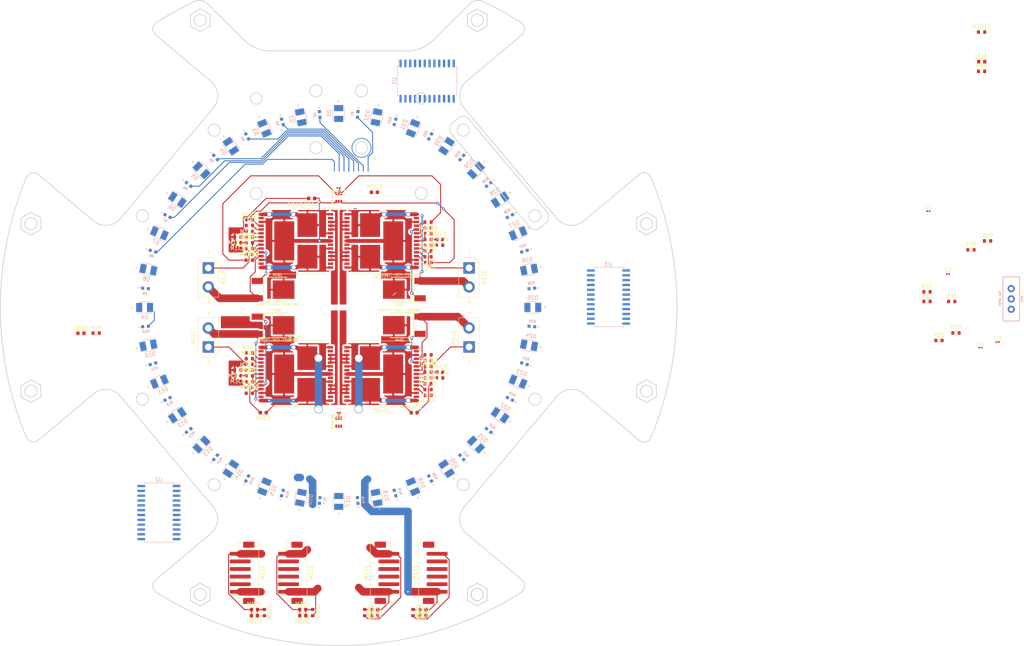
<source format=kicad_pcb>
(kicad_pcb (version 20211014) (generator pcbnew)
  (layers (0 "F.Cu" signal) (31 "B.Cu" signal) (34 "B.Paste" user) (35 "F.Paste" user) (36 "B.SilkS" user "B.Silkscreen") (37 "F.SilkS" user "F.Silkscreen") (38 "B.Mask" user) (39 "F.Mask" user) (44 "Edge.Cuts" user))
  (net 0 "")
  (net 3 "Net-(R36-Pad1)")
  (net 4 "/drive/M4CP")
  (net 5 "Net-(M4J1-Pad2)")
  (net 6 "/drive/M3CP")
  (net 7 "Net-(M3J1-Pad2)")
  (net 8 "/drive/M2CP")
  (net 9 "Net-(M2J1-Pad2)")
  (net 10 "/drive/M1CP")
  (net 11 "Net-(M1J1-Pad2)")
  (net 12 "Net-(R39-Pad1)")
  (net 13 "+3V3")
  (net 14 "/led/LSOUT1")
  (net 15 "Net-(R34-Pad1)")
  (net 16 "/led/LSOUT2")
  (net 17 "Net-(R37-Pad1)")
  (net 18 "/led/LSOUT3")
  (net 19 "Net-(M1D1-Pad1)")
  (net 20 "/drive/M1OUTA")
  (net 21 "/drive/M1INA")
  (net 22 "/drive/M2OUTA")
  (net 23 "/drive/M2INA")
  (net 24 "Net-(M2R4-Pad2)")
  (net 25 "Net-(M2R5-Pad2)")
  (net 26 "/drive/M1CSDIS")
  (net 27 "Net-(M1C3-Pad2)")
  (net 28 "/drive/M2CSDIS")
  (net 29 "Net-(M2C3-Pad2)")
  (net 30 "/drive/M1INB")
  (net 31 "/drive/M1PWM")
  (net 32 "/drive/M1CS")
  (net 33 "/drive/M4CS")
  (net 34 "/drive/M2INB")
  (net 35 "Net-(M2R10-Pad2)")
  (net 36 "Net-(M2R9-Pad2)")
  (net 37 "/drive/M2PWM")
  (net 38 "Net-(M2R71-Pad2)")
  (net 39 "/drive/M2CS")
  (net 40 "Net-(M2R81-Pad2)")
  (net 41 "Net-(M4C3-Pad2)")
  (net 42 "/drive/M3OUTA")
  (net 43 "/drive/M3INA")
  (net 44 "/drive/M3CSDIS")
  (net 45 "Net-(M3C3-Pad2)")
  (net 46 "/drive/M3INB")
  (net 47 "/drive/M3PWM")
  (net 48 "/drive/M3CS")
  (net 49 "/drive/M4PWM")
  (net 50 "/drive/M4INB")
  (net 51 "/drive/M4CSDIS")
  (net 52 "/drive/M4INA")
  (net 53 "/drive/M4OUTA")
  (net 54 "/drive/M3OUTB")
  (net 61 "/drive/M1OUTB")
  (net 68 "/drive/M4OUTB")
  (net 75 "/drive/M2OUTB")
  (net 82 "/led/M4C2")
  (net 83 "/led/M4C1")
  (net 84 "/led/M3C2")
  (net 85 "/led/M3C1")
  (net 86 "/led/M2C2")
  (net 87 "/led/M2C1")
  (net 88 "/led/M1C2")
  (net 89 "/led/M1C1")
  (net 90 "/led/S0")
  (net 91 "/led/S1")
  (net 92 "/led/S3")
  (net 93 "/led/S2")
  (net 102 "Net-(C4-Pad1)")
  (net 103 "Net-(R24-Pad2)")
  (net 104 "Net-(R23-Pad2)")
  (net 105 "Net-(R22-Pad2)")
  (net 106 "Net-(R21-Pad2)")
  (net 107 "Net-(R20-Pad2)")
  (net 108 "Net-(R19-Pad2)")
  (net 109 "Net-(R18-Pad2)")
  (net 110 "Net-(R17-Pad2)")
  (net 111 "Net-(R32-Pad2)")
  (net 112 "Net-(R31-Pad2)")
  (net 113 "Net-(R30-Pad2)")
  (net 114 "Net-(R29-Pad2)")
  (net 115 "Net-(R28-Pad2)")
  (net 116 "Net-(R27-Pad2)")
  (net 117 "Net-(R26-Pad2)")
  (net 118 "Net-(R25-Pad2)")
  (net 119 "Net-(D1-Pad2)")
  (net 120 "VCC")
  (net 121 "/drive/M1C2")
  (net 122 "/drive/M1C1")
  (net 123 "/drive/M3C2")
  (net 124 "/drive/M3C1")
  (net 125 "/drive/M2C2")
  (net 126 "/drive/M2C1")
  (net 127 "/drive/M4C2")
  (net 128 "/drive/M4C1")
  (net 129 "Net-(M1C3-Pad1)")
  (net 130 "Net-(M1R4-Pad2)")
  (net 131 "Net-(M1R5-Pad2)")
  (net 132 "Net-(M1R9-Pad2)")
  (net 133 "Net-(M1R10-Pad2)")
  (net 134 "Net-(M1R71-Pad2)")
  (net 135 "Net-(M1R81-Pad2)")
  (net 136 "Net-(M2C3-Pad1)")
  (net 137 "Net-(M2D1-Pad1)")
  (net 138 "Net-(M3C3-Pad1)")
  (net 139 "Net-(M3D1-Pad1)")
  (net 140 "Net-(M3R4-Pad2)")
  (net 141 "Net-(M3R5-Pad2)")
  (net 142 "Net-(M3R9-Pad2)")
  (net 143 "Net-(M3R10-Pad2)")
  (net 144 "Net-(M3R71-Pad2)")
  (net 145 "Net-(M3R81-Pad2)")
  (net 146 "Net-(M4C3-Pad1)")
  (net 147 "Net-(M4D1-Pad1)")
  (net 148 "Net-(M4R4-Pad2)")
  (net 149 "Net-(M4R5-Pad2)")
  (net 150 "Net-(M4R9-Pad2)")
  (net 151 "Net-(M4R10-Pad2)")
  (net 152 "Net-(M4R71-Pad2)")
  (net 153 "Net-(M4R81-Pad2)")
  (net 154 "Net-(R40-Pad1)")
  (net 155 "Net-(R40-Pad2)")
  (net 156 "Net-(R9-Pad2)")
  (net 157 "Net-(R10-Pad2)")
  (net 158 "Net-(R11-Pad2)")
  (net 159 "Net-(R12-Pad2)")
  (net 160 "Net-(R13-Pad2)")
  (net 161 "Net-(R14-Pad2)")
  (net 162 "Net-(R15-Pad2)")
  (net 163 "Net-(R16-Pad2)")
  (net 164 "Net-(R1-Pad2)")
  (net 165 "Net-(R2-Pad2)")
  (net 166 "Net-(R3-Pad2)")
  (net 167 "Net-(R4-Pad2)")
  (net 168 "Net-(R5-Pad2)")
  (net 169 "Net-(R6-Pad2)")
  (net 170 "Net-(R7-Pad2)")
  (net 171 "Net-(R8-Pad2)")
  (footprint "Resistor_SMD:R_0603_1608Metric" (layer "F.Cu") (at 82.042 185.7248 -90)
    (fp_text reference "M1R0")
    (fp_text value "4.7k")
  )
  (footprint "Resistor_SMD:R_0603_1608Metric" (layer "F.Cu") (at 78.105 123.4226)
    (fp_text reference "M3R81")
    (fp_text value "10k")
  )
  (footprint "Resistor_SMD:R_0603_1608Metric" (layer "F.Cu") (at 256.337276 103.8052)
    (fp_text reference "R33")
    (fp_text value "3k")
  )
  (footprint "Resistor_SMD:R_0603_1608Metric" (layer "F.Cu") (at 78.105 117.3596)
    (fp_text reference "M3R4")
    (fp_text value "1k")
  )
  (footprint "Silicon-Standard:DPAK" (layer "F.Cu") (at 117.690265 100.711 90)
    (fp_text reference "M2Q1")
    (fp_text value "MOSFET-NCH-FDD8780")
  )
  (footprint "Resistor_SMD:R_0603_1608Metric" (layer "F.Cu") (at 37.8074 112.1664)
    (fp_text reference "R40")
    (fp_text value "R")
  )
  (footprint "Resistor_SMD:R_0603_1608Metric" (layer "F.Cu") (at 125.095 85.979)
    (fp_text reference "M2R82")
    (fp_text value "1k")
  )
  (footprint "Resistor_SMD:R_0603_1608Metric" (layer "F.Cu") (at 78.105 127.9946)
    (fp_text reference "M3R10")
    (fp_text value "1k")
  )
  (footprint "Resistor_SMD:R_0603_1608Metric" (layer "F.Cu") (at 125.093 117.8936 180)
    (fp_text reference "M4R10")
    (fp_text value "1k")
  )
  (footprint "Silicon-Standard:DPAK" (layer "F.Cu") (at 85.509735 100.711 -90)
    (fp_text reference "M1Q1")
    (fp_text value "MOSFET-NCH-FDD8780")
  )
  (footprint "Resistor_SMD:R_0603_1608Metric" (layer "F.Cu") (at 78.105 118.8836)
    (fp_text reference "M3R5")
    (fp_text value "3.24k")
  )
  (footprint "Resistor_SMD:R_0603_1608Metric" (layer "F.Cu") (at 125.095 120.9156)
    (fp_text reference "M4R82")
    (fp_text value "1k")
  )
  (footprint "LED_SMD:LED_0603_1608Metric" (layer "F.Cu") (at 33.7974 112.2064)
    (fp_text reference "U0D1")
    (fp_text value "BLUE")
  )
  (footprint "Package_SO:ST_MultiPowerSO-30" (layer "F.Cu") (at 90.299 122.9216)
    (fp_text reference "M3U1")
    (fp_text value "VNH5019A-E")
  )
  (footprint "Resistor_SMD:R_0603_1608Metric" (layer "F.Cu") (at 125.095 87.503 180)
    (fp_text reference "M2R81")
    (fp_text value "10k")
  )
  (footprint "Resistor_SMD:R_0603_1608Metric" (layer "F.Cu") (at 78.105 85.344 180)
    (fp_text reference "M1R6")
    (fp_text value "10k")
  )
  (footprint "Resistor_SMD:R_0603_1608Metric" (layer "F.Cu") (at 256.337276 101.2952)
    (fp_text reference "R34")
    (fp_text value "10k")
  )
  (footprint "Resistor_SMD:R_0603_1608Metric" (layer "F.Cu") (at 125.095 125.4876)
    (fp_text reference "M4R6")
    (fp_text value "10k")
  )
  (footprint "Connector_AMASS:AMASS_XT30UPB-F_1x02_P5.0mm_Vertical" (layer "F.Cu") (at 67.31 115.8326 90)
    (fp_text reference "M3J1")
    (fp_text value "Conn_01x02_Female")
  )
  (footprint "Resistor_SMD:R_0603_1608Metric" (layer "F.Cu") (at 78.105 126.4706)
    (fp_text reference "M3R9")
    (fp_text value "3.24k")
  )
  (footprint "Capacitor_SMD:C_0201_0603Metric" (layer "F.Cu") (at 274.9426 114.5032)
    (fp_text reference "C3")
    (fp_text value "0.1µF")
  )
  (footprint "Capacitor_SMD:C_0201_0603Metric" (layer "F.Cu") (at 256.692876 80.0608)
    (fp_text reference "C1")
    (fp_text value "0.1µF")
  )
  (footprint "Resistor_SMD:R_0603_1608Metric" (layer "F.Cu") (at 125.095 84.455 180)
    (fp_text reference "M2R9")
    (fp_text value "3.24k")
  )
  (footprint "Resistor_SMD:R_0603_1608Metric" (layer "F.Cu") (at 94.742 185.7248 -90)
    (fp_text reference "M3R0")
    (fp_text value "4.7k")
  )
  (footprint "Resistor_SMD:R_0603_1608Metric" (layer "F.Cu") (at 75.057 86.868 180)
    (fp_text reference "M1R72")
    (fp_text value "10k")
  )
  (footprint "LED_SMD:LED_0603_1608Metric" (layer "F.Cu") (at 111.022 186.563)
    (fp_text reference "M4D1")
    (fp_text value "RED")
  )
  (footprint "LED_SMD:LED_0603_1608Metric" (layer "F.Cu") (at 79.43 186.563 180)
    (fp_text reference "M1D1")
    (fp_text value "RED")
  )
  (footprint "Resistor_SMD:R_0603_1608Metric" (layer "F.Cu") (at 125.095 93.599 180)
    (fp_text reference "M2R4")
    (fp_text value "1k")
  )
  (footprint "Resistor_SMD:R_0603_1608Metric" (layer "F.Cu") (at 272.267276 87.8952)
    (fp_text reference "R39")
    (fp_text value "10k")
  )
  (footprint "Resistor_SMD:R_0603_1608Metric" (layer "F.Cu") (at 125.095 127.0116 180)
    (fp_text reference "M4R5")
    (fp_text value "3.24k")
  )
  (footprint "Capacitor_SMD:C_0603_1608Metric" (layer "F.Cu") (at 121.4498 133.1076)
    (fp_text reference "M4C3")
    (fp_text value "1µf")
  )
  (footprint "Resistor_SMD:R_0603_1608Metric" (layer "F.Cu") (at 128.143 89.027)
    (fp_text reference "M2R72")
    (fp_text value "10k")
  )
  (footprint "Resistor_SMD:R_0603_1608Metric" (layer "F.Cu") (at 259.486876 114.0968)
    (fp_text reference "R35")
    (fp_text value "3k")
  )
  (footprint "Resistor_SMD:R_0603_1608Metric" (layer "F.Cu") (at 263.957276 112.1156)
    (fp_text reference "R37")
    (fp_text value "10k")
  )
  (footprint "Resistor_SMD:R_0603_1608Metric" (layer "F.Cu") (at 108.458 185.7248 -90)
    (fp_text reference "M4R0")
    (fp_text value "4.7k")
  )
  (footprint "Resistor_SMD:R_0603_1608Metric" (layer "F.Cu") (at 125.095 90.551)
    (fp_text reference "M2R6")
    (fp_text value "10k")
  )
  (footprint "Resistor_SMD:R_0603_1608Metric" (layer "F.Cu") (at 270.6904 43.254)
    (fp_text reference "R40")
    (fp_text value "R")
  )
  (footprint "Resistor_SMD:R_0603_1608Metric" (layer "F.Cu") (at 267.897276 90.2452)
    (fp_text reference "R38")
    (fp_text value "3k")
  )
  (footprint "Resistor_SMD:R_0603_1608Metric" (layer "F.Cu") (at 262.839676 103.8352)
    (fp_text reference "R36")
    (fp_text value "0.39")
  )
  (footprint "Connector_AMASS:AMASS_XT30UPB-F_1x02_P5.0mm_Vertical" (layer "F.Cu") (at 135.89 94.999 -90)
    (fp_text reference "M2J1")
    (fp_text value "Conn_01x02_Female")
  )
  (footprint "Capacitor_SMD:C_0201_0603Metric" (layer "F.Cu") (at 101.6 133.0816 180)
    (fp_text reference "MUC2")
    (fp_text value "0.1µF")
  )
  (footprint "Capacitor_SMD:C_0201_0603Metric" (layer "F.Cu") (at 261.887476 96.6216)
    (fp_text reference "C2")
    (fp_text value "1µf")
  )
  (footprint "Capacitor_SMD:C_0603_1608Metric" (layer "F.Cu") (at 75.057 88.392 180)
    (fp_text reference "M1C8")
    (fp_text value "33nF")
  )
  (footprint "Connector_AMASS:AMASS_XT30UPB-F_1x02_P5.0mm_Vertical" (layer "F.Cu") (at 67.31 94.999 -90)
    (fp_text reference "M1J1")
    (fp_text value "Conn_01x02_Female")
  )
  (footprint "Resistor_SMD:R_0603_1608Metric" (layer "F.Cu") (at 78.105 92.964)
    (fp_text reference "M1R10")
    (fp_text value "1k")
  )
  (footprint "Resistor_SMD:R_0603_1608Metric" (layer "F.Cu") (at 78.105 91.44)
    (fp_text reference "M1R9")
    (fp_text value "3.24k")
  )
  (footprint "Capacitor_SMD:C_0603_1608Metric" (layer "F.Cu") (at 128.143 87.503)
    (fp_text reference "M2C8")
    (fp_text value "33nF")
  )
  (footprint "Capacitor_SMD:C_0603_1608Metric" (layer "F.Cu") (at 81.7502 133.1076 180)
    (fp_text reference "M3C3")
    (fp_text value "1µf")
  )
  (footprint "Resistor_SMD:R_0603_1608Metric" (layer "F.Cu") (at 125.095 82.931 180)
    (fp_text reference "M2R10")
    (fp_text value "1k")
  )
  (footprint "Package_SO:ST_MultiPowerSO-30" (layer "F.Cu") (at 90.3288 87.891835)
    (fp_text reference "M1U1")
    (fp_text value "VNH5019A-E")
  )
  (footprint "Resistor_SMD:R_0603_1608Metric" (layer "F.Cu") (at 125.095 92.075 180)
    (fp_text reference "M2R5")
    (fp_text value "3.24k")
  )
  (footprint "Resistor_SMD:R_0603_1608Metric" (layer "F.Cu") (at 78.105 124.9466 180)
    (fp_text reference "M3R82")
    (fp_text value "1k")
  )
  (footprint "LED_SMD:LED_0603_1608Metric" (layer "F.Cu") (at 123.762 184.9374 180)
    (fp_text reference "M2D2")
    (fp_text value "GREEN")
  )
  (footprint "Capacitor_SMD:C_0201_0603Metric" (layer "F.Cu") (at 270.3836 115.9764)
    (fp_text reference "C4")
    (fp_text value "0.1µF")
  )
  (footprint "Silicon-Standard:DPAK" (layer "F.Cu") (at 85.509735 110.1206 -90)
    (fp_text reference "M3Q1")
    (fp_text value "MOSFET-NCH-FDD8780")
  )
  (footprint "Resistor_SMD:R_0603_1608Metric" (layer "F.Cu") (at 75.057 121.8986 180)
    (fp_text reference "M3R72")
    (fp_text value "10k")
  )
  (footprint "Capacitor_SMD:C_0603_1608Metric" (layer "F.Cu") (at 94.488 76.708 180)
    (fp_text reference "M1C3")
    (fp_text value "1µf")
  )
  (footprint "Capacitor_SMD:C_0603_1608Metric" (layer "F.Cu") (at 128.168 122.4396)
    (fp_text reference "M4C8")
    (fp_text value "33nF")
  )
  (footprint "LED_SMD:LED_0603_1608Metric" (layer "F.Cu") (at 111.062 184.9374 180)
    (fp_text reference "M4D2")
    (fp_text value "GREEN")
  )
  (footprint "Resistor_SMD:R_0603_1608Metric" (layer "F.Cu") (at 125.095 122.4396 180)
    (fp_text reference "M4R81")
    (fp_text value "10k")
  )
  (footprint "Resistor_SMD:R_0603_1608Metric" (layer "F.Cu") (at 125.095 128.5356 180)
    (fp_text reference "M4R4")
    (fp_text value "1k")
  )
  (footprint "Connector_AMASS:AMASS_XT30UPB-F_1x02_P5.0mm_Vertical" (layer "F.Cu") (at 135.89 115.7956 90)
    (fp_text reference "M4J1")
    (fp_text value "Conn_01x02_Female")
  )
  (footprint "Resistor_SMD:R_0603_1608Metric" (layer "F.Cu") (at 78.105 121.8986)
    (fp_text reference "M3R71")
    (fp_text value "1k")
  )
  (footprint "Resistor_SMD:R_0603_1608Metric" (layer "F.Cu") (at 78.105 82.296)
    (fp_text reference "M1R4")
    (fp_text value "1k")
  )
  (footprint "Silicon-Standard:DPAK" (layer "F.Cu") (at 117.690265 110.0836 90)
    (fp_text reference "M4Q1")
    (fp_text value "MOSFET-NCH-FDD8780")
  )
  (footprint "Resistor_SMD:R_0603_1608Metric" (layer "F.Cu") (at 125.095 123.9636 180)
    (fp_text reference "M4R71")
    (fp_text value "1k")
  )
  (footprint "Resistor_SMD:R_0603_1608Metric" (layer "F.Cu") (at 78.105 86.868)
    (fp_text reference "M1R71")
    (fp_text value "1k")
  )
  (footprint "Resistor_SMD:R_0603_1608Metric" (layer "F.Cu") (at 78.105 83.82)
    (fp_text reference "M1R5")
    (fp_text value "3.24k")
  )
  (footprint "LED_SMD:LED_0603_1608Metric" (layer "F.Cu") (at 92.1512 184.9374)
    (fp_text reference "M3D2")
    (fp_text value "GREEN")
  )
  (footprint "Capacitor_SMD:C_0201_0603Metric" (layer "F.Cu") (at 101.6 73.914 180)
    (fp_text reference "MUC1")
    (fp_text value "0.1µF")
  )
  (footprint "Resistor_SMD:R_0603_1608Metric" (layer "F.Cu") (at 121.158 185.7248 -90)
    (fp_text reference "M2R0")
    (fp_text value "4.7k")
  )
  (footprint "Connector_JST:JST_PH_B6B-PH-SM4-TB_1x06-1MP_P2.00mm_Vertical" (layer "F.Cu") (at 114.292 175.26 90)
    (fp_text reference "M4J2")
    (fp_text value "Conn_01x06_Female")
  )
  (footprint "Package_SO:ST_MultiPowerSO-30" (layer "F.Cu") (at 112.8772 122.9216 180)
    (fp_text reference "M4U1")
    (fp_text value "VNH5019A-E")
  )
  (footprint "Capacitor_SMD:C_0603_1608Metric" (layer "F.Cu") (at 110.998 75.0824)
    (fp_text reference "M2C3")
    (fp_text value "1µf")
  )
  (footprint "Resistor_SMD:R_0603_1608Metric" (layer "F.Cu") (at 125.095 89.027 180)
    (fp_text reference "M2R71")
    (fp_text value "1k")
  )
  (footprint "Connector_JST:JST_PH_B6B-PH-SM4-TB_1x06-1MP_P2.00mm_Vertical" (layer "F.Cu") (at 88.9 175.26 -90)
    (fp_text reference "M3J2")
    (fp_text value "Conn_01x06_Female")
  )
  (footprint "Resistor_SMD:R_0603_1608Metric" (layer "F.Cu") (at 270.6904 32.914)
    (fp_text reference "M2R10")
    (fp_text value "1k")
  )
  (footprint "74LVC2G07GW_125:SOP65P210X110-6N" (layer "F.Cu") (at 101.6 135.6216 90)
    (fp_text reference "M3M4U1")
    (fp_text value "74LVC2G07GW,125")
  )
  (footprint "LED_SMD:LED_0603_1608Metric" (layer "F.Cu") (at 79.47 184.9374)
    (fp_text reference "M1D2")
    (fp_text value "GREEN")
  )
  (footprint "Capacitor_SMD:C_0603_1608Metric" (layer "F.Cu") (at 75.057 123.4048 180)
    (fp_text reference "M3C8")
    (fp_text value "33nF")
  )
  (footprint "LED_SMD:LED_0603_1608Metric" (layer "F.Cu") (at 123.722 186.563)
    (fp_text reference "M2D1")
    (fp_text value "RED")
  )
  (footprint "Resistor_SMD:R_0603_1608Metric" (layer "F.Cu") (at 78.105 89.916 180)
    (fp_text reference "M1R82")
    (fp_text value "1k")
  )
  (footprint "Connector_JST:JST_PH_B6B-PH-SM4-TB_1x06-1MP_P2.00mm_Vertical" (layer "F.Cu") (at 126.992 175.26 90)
    (fp_text reference "M2J2")
    (fp_text value "Conn_01x06_Female")
  )
  (footprint "LED_SMD:LED_0603_1608Metric" (layer "F.Cu") (at 92.1512 186.563 180)
    (fp_text reference "M3D1")
    (fp_text value "RED")
  )
  (footprint "74LVC2G07GW_125:SOP65P210X110-6N" (layer "F.Cu") (at 101.6 76.454 90)
    (fp_text reference "M1M2U1")
    (fp_text value "74LVC2G07GW,125")
  )
  (footprint "Resistor_SMD:R_0603_1608Metric" (layer "F.Cu") (at 78.105 120.3746 180)
    (fp_text reference "M3R6")
    (fp_text value "10k")
  )
  (footprint "Package_SO:ST_MultiPowerSO-30" (layer "F.Cu") (at 112.905 87.891835 180)
    (fp_text reference "M2U1")
    (fp_text value "VNH5019A-E")
  )
  (footprint "Resistor_SMD:R_0603_1608Metric" (layer "F.Cu") (at 78.105 88.392)
    (fp_text reference "M1R81")
    (fp_text value "10k")
  )
  (footprint "Resistor_SMD:R_0603_1608Metric" (layer "F.Cu") (at 128.168 123.9636)
    (fp_text reference "M4R72")
    (fp_text value "10k")
  )
  (footprint "Resistor_SMD:R_0603_1608Metric" (layer "F.Cu") (at 125.095 119.3916 180)
    (fp_text reference "M4R9")
    (fp_text value "3.24k")
  )
  (footprint "Connector_JST:JST_PH_B6B-PH-SM4-TB_1x06-1MP_P2.00mm_Vertical" (layer "F.Cu") (at 76.2 175.26 -90)
    (fp_text reference "M1J2")
    (fp_text value "Conn_01x06_Female")
  )
  (footprint "LED_SMD:LED_0603_1608Metric" (layer "F.Cu") (at 270.7304 40.704)
    (fp_text reference "U0D1")
    (fp_text value "BLUE")
  )
  (footprint "OF-SMD3528WC:LED_OF-SMD3528WC" (layer "B.Cu") (at 111.560141 155.483012 101.25)
    (fp_text reference "D18")
    (fp_text value "LED")
  )
  (footprint "OF-SMD3528WC:LED_OF-SMD3528WC" (layer "B.Cu") (at 144.04985 133.774083 146.25)
    (fp_text reference "D22")
    (fp_text value "LED")
  )
  (footprint "OF-SMD3528WC:LED_OF-SMD3528WC" (layer "B.Cu") (at 151.673012 115.370141 168.75)
    (fp_text reference "D24")
    (fp_text value "LED")
  )
  (footprint "ALS-PT19-315C_L177_TR8:XDCR_ALS-PT19-315C_L177_TR8" (layer "B.Cu") (at 56.574392 81.343311 -28.125)
    (fp_text reference "R7")
    (fp_text value "R_Photo")
  )
  (footprint "ALS-PT19-315C_L177_TR8:XDCR_ALS-PT19-315C_L177_TR8" (layer "B.Cu") (at 86.779806 56.554368 -73.125)
    (fp_text reference "R3")
    (fp_text value "R_Photo")
  )
  (footprint "ALS-PT19-315C_L177_TR8:XDCR_ALS-PT19-315C_L177_TR8" (layer "B.Cu") (at 52.744368 90.589806 -16.875)
    (fp_text reference "R8")
    (fp_text value "R_Photo")
  )
  (footprint "OF-SMD3528WC:LED_OF-SMD3528WC" (layer "B.Cu") (at 129.964083 147.85985 123.75)
    (fp_text reference "D20")
    (fp_text value "LED")
  )
  (footprint "ALS-PT19-315C_L177_TR8:XDCR_ALS-PT19-315C_L177_TR8" (layer "B.Cu") (at 106.604167 156.218161 95.625)
    (fp_text reference "R18")
    (fp_text value "R_Photo")
  )
  (footprint "Package_SO:SOIC-24W_7.5x15.4mm_P1.27mm" (layer "B.Cu") (at 172.5676 102.6668 180)
    (fp_text reference "U3")
    (fp_text value "CD74HC4067M")
  )
  (footprint "Package_SO:SOIC-24W_7.5x15.4mm_P1.27mm" (layer "B.Cu") (at 124.8664 45.8216 -90)
    (fp_text reference "U1")
    (fp_text value "CD74HC4067M")
  )
  (footprint "ALS-PT19-315C_L177_TR8:XDCR_ALS-PT19-315C_L177_TR8" (layer "B.Cu") (at 141.065276 73.021685 -140.625)
    (fp_text reference "R29")
    (fp_text value "R_Photo")
  )
  (footprint "OF-SMD3528WC:LED_OF-SMD3528WC" (layer "B.Cu") (at 54.432254 85.87248 -22.5)
    (fp_text reference "D7")
    (fp_text value "LED")
  )
  (footprint "ALS-PT19-315C_L177_TR8:XDCR_ALS-PT19-315C_L177_TR8" (layer "B.Cu") (at 56.574392 129.476689 28.125)
    (fp_text reference "R12")
    (fp_text value "R_Photo")
  )
  (footprint "ALS-PT19-315C_L177_TR8:XDCR_ALS-PT19-315C_L177_TR8" (layer "B.Cu") (at 125.666689 150.435608 118.125)
    (fp_text reference "R20")
    (fp_text value "R_Photo")
  )
  (footprint "ALS-PT19-315C_L177_TR8:XDCR_ALS-PT19-315C_L177_TR8" (layer "B.Cu") (at 96.595833 156.218161 84.375)
    (fp_text reference "R17")
    (fp_text value "R_Photo")
  )
  (footprint "OF-SMD3528WC:LED_OF-SMD3528WC" (layer "B.Cu") (at 59.15015 77.045917 -33.75)
    (fp_text reference "D6")
    (fp_text value "LED")
  )
  (footprint "ALS-PT19-315C_L177_TR8:XDCR_ALS-PT19-315C_L177_TR8" (layer "B.Cu") (at 141.065276 137.798315 140.625)
    (fp_text reference "R22")
    (fp_text value "R_Photo")
  )
  (footprint "ALS-PT19-315C_L177_TR8:XDCR_ALS-PT19-315C_L177_TR8" (layer "B.Cu") (at 146.625608 81.343311 -151.875)
    (fp_text reference "R28")
    (fp_text value "R_Photo")
  )
  (footprint "OF-SMD3528WC:LED_OF-SMD3528WC" (layer "B.Cu") (at 101.6 156.464 90)
    (fp_text reference "D17")
    (fp_text value "LED")
  )
  (footprint "OF-SMD3528WC:LED_OF-SMD3528WC" (layer "B.Cu") (at 82.06248 58.242254 -67.5)
    (fp_text reference "D3")
    (fp_text value "LED")
  )
  (footprint "ALS-PT19-315C_L177_TR8:XDCR_ALS-PT19-315C_L177_TR8" (layer "B.Cu") (at 77.533311 60.384392 -61.875)
    (fp_text reference "R4")
    (fp_text value "R_Photo")
  )
  (footprint "ALS-PT19-315C_L177_TR8:XDCR_ALS-PT19-315C_L177_TR8" (layer "B.Cu") (at 133.988315 65.944724 -129.375)
    (fp_text reference "R30")
    (fp_text value "R_Photo")
  )
  (footprint "ALS-PT19-315C_L177_TR8:XDCR_ALS-PT19-315C_L177_TR8" (layer "B.Cu") (at 150.455632 90.589806 -163.125)
    (fp_text reference "R27")
    (fp_text value "R_Photo")
  )
  (footprint "OF-SMD3528WC:LED_OF-SMD3528WC" (layer "B.Cu") (at 65.49937 69.30937 -45)
    (fp_text reference "D5")
    (fp_text value "LED")
  )
  (footprint "OF-SMD3528WC:LED_OF-SMD3528WC" (layer "B.Cu") (at 91.639859 155.483012 78.75)
    (fp_text reference "D16")
    (fp_text value "LED")
  )
  (footprint "OF-SMD3528WC:LED_OF-SMD3528WC" (layer "B.Cu") (at 121.13752 152.577746 112.5)
    (fp_text reference "D19")
    (fp_text value "LED")
  )
  (footprint "ALS-PT19-315C_L177_TR8:XDCR_ALS-PT19-315C_L177_TR8" (layer "B.Cu") (at 152.408161 100.405833 -174.375)
    (fp_text reference "R26")
    (fp_text value "R_Photo")
  )
  (footprint "ALS-PT19-315C_L177_TR8:XDCR_ALS-PT19-315C_L177_TR8" (layer "B.Cu") (at 116.420194 56.554368 -106.875)
    (fp_text reference "R32")
    (fp_text value "R_Photo")
  )
  (footprint "OF-SMD3528WC:LED_OF-SMD3528WC" (layer "B.Cu") (at 73.235917 147.85985 56.25)
    (fp_text reference "D14")
    (fp_text value "LED")
  )
  (footprint "OF-SMD3528WC:LED_OF-SMD3528WC" (layer "B.Cu") (at 101.6 54.356 -90)
    (fp_text reference "D1")
    (fp_text value "LED")
  )
  (footprint "ALS-PT19-315C_L177_TR8:XDCR_ALS-PT19-315C_L177_TR8" (layer "B.Cu") (at 69.211685 65.944724 -50.625)
    (fp_text reference "R5")
    (fp_text value "R_Photo")
  )
  (footprint "OF-SMD3528WC:LED_OF-SMD3528WC" (layer "B.Cu") (at 59.15015 133.774083 33.75)
    (fp_text reference "D12")
    (fp_text value "LED")
  )
  (footprint "ALS-PT19-315C_L177_TR8:XDCR_ALS-PT19-315C_L177_TR8" (layer "B.Cu") (at 150.455632 120.230194 163.125)
    (fp_text reference "R24")
    (fp_text value "R_Photo")
  )
  (footprint "OF-SMD3528WC:LED_OF-SMD3528WC" (layer "B.Cu") (at 51.526988 95.449859 -11.25)
    (fp_text reference "D8")
    (fp_text value "LED")
  )
  (footprint "ALS-PT19-315C_L177_TR8:XDCR_ALS-PT19-315C_L177_TR8" (layer "B.Cu") (at 96.595833 54.601839 -84.375)
    (fp_text reference "R2")
    (fp_text value "R_Photo")
  )
  (footprint "OF-SMD3528WC:LED_OF-SMD3528WC" (layer "B.Cu") (at 148.767746 124.94752 157.5)
    (fp_text reference "D23")
    (fp_text value "LED")
  )
  (footprint "OF-SMD3528WC:LED_OF-SMD3528WC" (layer "B.Cu") (at 51.526988 115.370141 11.25)
    (fp_text reference "D10")
    (fp_text value "LED")
  )
  (footprint "ALS-PT19-315C_L177_TR8:XDCR_ALS-PT19-315C_L177_TR8" (layer "B.Cu") (at 50.791839 110.414167 5.625)
    (fp_text reference "R10")
    (fp_text value "R_Photo")
  )
  (footprint "OF-SMD3528WC:LED_OF-SMD3528WC" (layer "B.Cu") (at 129.964083 62.96015 -123.75)
    (fp_text reference "D30")
    (fp_text value "LED")
  )
  (footprint "ALS-PT19-315C_L177_TR8:XDCR_ALS-PT19-315C_L177_TR8" (layer "B.Cu") (at 50.791839 100.405833 -5.625)
    (fp_text reference "R9")
    (fp_text value "R_Photo")
  )
  (footprint "Package_SO:SOIC-24W_7.5x15.4mm_P1.27mm" (layer "B.Cu") (at 54.3052 159.4104 180)
    (fp_text reference "U2")
    (fp_text value "CD74HC4067M")
  )
  (footprint "ALS-PT19-315C_L177_TR8:XDCR_ALS-PT19-315C_L177_TR8" (layer "B.Cu") (at 77.533311 150.435608 61.875)
    (fp_text reference "R15")
    (fp_text value "R_Photo")
  )
  (footprint "OF-SMD3528WC:LED_OF-SMD3528WC" (layer "B.Cu") (at 91.639859 55.336988 -78.75)
    (fp_text reference "D2")
    (fp_text value "LED")
  )
  (footprint "OF-SMD3528WC:LED_OF-SMD3528WC" (layer "B.Cu") (at 65.49937 141.51063 45)
    (fp_text reference "D13")
    (fp_text value "LED")
  )
  (footprint "OF-SMD3528WC:LED_OF-SMD3528WC" (layer "B.Cu") (at 54.432254 124.94752 22.5)
    (fp_text reference "D11")
    (fp_text value "LED")
  )
  (footprint "ALS-PT19-315C_L177_TR8:XDCR_ALS-PT19-315C_L177_TR8" (layer "B.Cu") (at 116.420194 154.265632 106.875)
    (fp_text reference "R19")
    (fp_text value "R_Photo")
  )
  (footprint "OF-SMD3528WC:LED_OF-SMD3528WC" (layer "B.Cu") (at 121.13752 58.242254 -112.5)
    (fp_text reference "D31")
    (fp_text value "LED")
  )
  (footprint "OF-SMD3528WC:LED_OF-SMD3528WC" (layer "B.Cu") (at 82.06248 152.577746 67.5)
    (fp_text reference "D15")
    (fp_text value "LED")
  )
  (footprint "OF-SMD3528WC:LED_OF-SMD3528WC" (layer "B.Cu") (at 152.654 105.41 180)
    (fp_text reference "D25")
    (fp_text value "LED")
  )
  (footprint "Switches:SWITCH_SPDT_PTH_11.6X4.0MM_LOCK" (layer "B.Cu") (at 278.49216 103.17066 180)
    (fp_text reference "SW1")
    (fp_text value "SW_SPDT")
  )
  (footprint "ALS-PT19-315C_L177_TR8:XDCR_ALS-PT19-315C_L177_TR8" (layer "B.Cu") (at 62.134724 137.798315 39.375)
    (fp_text reference "R13")
    (fp_text value "R_Photo")
  )
  (footprint "ALS-PT19-315C_L177_TR8:XDCR_ALS-PT19-315C_L177_TR8" (layer "B.Cu") (at 152.408161 110.414167 174.375)
    (fp_text reference "R25")
    (fp_text value "R_Photo")
  )
  (footprint "OF-SMD3528WC:LED_OF-SMD3528WC" (layer "B.Cu") (at 144.04985 77.045917 -146.25)
    (fp_text reference "D28")
    (fp_text value "LED")
  )
  (footprint "OF-SMD3528WC:LED_OF-SMD3528WC" (layer "B.Cu") (at 148.767746 85.87248 -157.5)
    (fp_text reference "D27")
    (fp_text value "LED")
  )
  (footprint "ALS-PT19-315C_L177_TR8:XDCR_ALS-PT19-315C_L177_TR8" (layer "B.Cu") (at 69.211685 144.875276 50.625)
    (fp_text reference "R14")
    (fp_text value "R_Photo")
  )
  (footprint "ALS-PT19-315C_L177_TR8:XDCR_ALS-PT19-315C_L177_TR8" (layer "B.Cu") (at 106.604167 54.601839 -95.625)
    (fp_text reference "R1")
    (fp_text value "R_Photo")
  )
  (footprint "ALS-PT19-315C_L177_TR8:XDCR_ALS-PT19-315C_L177_TR8" (layer "B.Cu") (at 62.134724 73.021685 -39.375)
    (fp_text reference "R6")
    (fp_text value "R_Photo")
  )
  (footprint "OF-SMD3528WC:LED_OF-SMD3528WC" (layer "B.Cu") (at 111.560141 55.336988 -101.25)
    (fp_text reference "D32")
    (fp_text value "LED")
  )
  (footprint "ALS-PT19-315C_L177_TR8:XDCR_ALS-PT19-315C_L177_TR8" (layer "B.Cu") (at 133.988315 144.875276 129.375)
    (fp_text reference "R21")
    (fp_text value "R_Photo")
  )
  (footprint "ALS-PT19-315C_L177_TR8:XDCR_ALS-PT19-315C_L177_TR8" (layer "B.Cu") (at 146.625608 129.476689 151.875)
    (fp_text reference "R23")
    (fp_text value "R_Photo")
  )
  (footprint "OF-SMD3528WC:LED_OF-SMD3528WC" (layer "B.Cu") (at 137.70063 69.30937 -135)
    (fp_text reference "D29")
    (fp_text value "LED")
  )
  (footprint "OF-SMD3528WC:LED_OF-SMD3528WC" (layer "B.Cu") (at 137.70063 141.51063 135)
    (fp_text reference "D21")
    (fp_text value "LED")
  )
  (footprint "OF-SMD3528WC:LED_OF-SMD3528WC" (layer "B.Cu") (at 50.546 105.41)
    (fp_text reference "D9")
    (fp_text value "LED")
  )
  (footprint "ALS-PT19-315C_L177_TR8:XDCR_ALS-PT19-315C_L177_TR8" (layer "B.Cu") (at 125.666689 60.384392 -118.125)
    (fp_text reference "R31")
    (fp_text value "R_Photo")
  )
  (footprint "OF-SMD3528WC:LED_OF-SMD3528WC" (layer "B.Cu") (at 151.673012 95.449859 -168.75)
    (fp_text reference "D26")
    (fp_text value "LED")
  )
  (footprint "ALS-PT19-315C_L177_TR8:XDCR_ALS-PT19-315C_L177_TR8" (layer "B.Cu") (at 86.779806 154.265632 73.125)
    (fp_text reference "R16")
    (fp_text value "R_Photo")
  )
  (footprint "OF-SMD3528WC:LED_OF-SMD3528WC" (layer "B.Cu") (at 73.235917 62.96015 -56.25)
    (fp_text reference "D4")
    (fp_text value "LED")
  )
  (footprint "ALS-PT19-315C_L177_TR8:XDCR_ALS-PT19-315C_L177_TR8" (layer "B.Cu") (at 52.744368 120.230194 16.875)
    (fp_text reference "R11")
    (fp_text value "R_Photo")
  )
  (gr_circle (center 107.5944 63.3984) (end 110.0944 63.3984) (layer "B.Cu") (width 0.2) (fill none))
  (gr_line (start 180.616063 70.424962) (end 166.06635 82.633664) (layer "Edge.Cuts") (width 0.2))
  (gr_line (start 185.151674 128.940726) (end 185.151674 125.940726) (layer "Edge.Cuts") (width 0.2))
  (gr_line (start 18.048414 128.940726) (end 18.048414 125.940726) (layer "Edge.Cuts") (width 0.2))
  (gr_line (start 133.004552 55.570813) (end 131.469262 56.852544) (layer "Edge.Cuts") (width 0.2))
  (gr_circle (center 182.553598 83.362064) (end 184.153598 83.362064) (layer "Edge.Cuts") (width 0.2) (fill none))
  (gr_line (start 37.138737 128.14632) (end 22.576916 140.361492) (layer "Edge.Cuts") (width 0.2))
  (gr_arc (start 101.600044 194.420257) (mid 76.595653 190.836389) (end 53.604597 180.373356) (layer "Edge.Cuts") (width 0.2))
  (gr_arc (start 180.616063 70.424962) (mid 182.37513 70.013905) (end 183.747914 71.188105) (layer "Edge.Cuts") (width 0.2))
  (gr_line (start 67.085508 25.450437) (end 76.674805 34.982183) (layer "Edge.Cuts") (width 0.2))
  (gr_line (start 65.174588 183.98179) (end 62.576512 182.48179) (layer "Edge.Cuts") (width 0.2))
  (gr_arc (start 156.374713 80.318621) (mid 156.83523 81.776016) (end 156.132028 83.133065) (layer "Edge.Cuts") (width 0.2))
  (gr_line (start 53.397702 177.156559) (end 67.963613 164.940131) (layer "Edge.Cuts") (width 0.2))
  (gr_arc (start 133.004552 55.570813) (mid 134.463094 55.113943) (end 135.81838 55.820537) (layer "Edge.Cuts") (width 0.2))
  (gr_circle (center 138.0255 180.98179) (end 139.6255 180.98179) (layer "Edge.Cuts") (width 0.2) (fill none))
  (gr_line (start 65.174588 32.821) (end 67.772665 31.321) (layer "Edge.Cuts") (width 0.2))
  (gr_circle (center 107.600044 63.389862) (end 109.200044 63.389862) (layer "Edge.Cuts") (width 0.2) (fill none))
  (gr_line (start 182.553598 124.440726) (end 179.955522 125.940726) (layer "Edge.Cuts") (width 0.2))
  (gr_arc (start 149.573629 30.422806) (mid 150.49157 31.97865) (end 149.781267 33.639594) (layer "Edge.Cuts") (width 0.2))
  (gr_line (start 156.374713 80.318621) (end 135.81838 55.820537) (layer "Edge.Cuts") (width 0.2))
  (gr_arc (start 37.138737 128.14632) (mid 40.790582 126.996277) (end 44.185333 128.766654) (layer "Edge.Cuts") (width 0.2))
  (gr_arc (start 68.583794 157.898794) (mid 69.731291 161.547843) (end 67.963613 164.940131) (layer "Edge.Cuts") (width 0.2))
  (gr_line (start 62.576512 179.48179) (end 65.174588 177.98179) (layer "Edge.Cuts") (width 0.2))
  (gr_circle (center 107.600044 48.389862) (end 109.200044 48.389862) (layer "Edge.Cuts") (width 0.2) (fill none))
  (gr_line (start 166.061351 128.14632) (end 180.623172 140.361492) (layer "Edge.Cuts") (width 0.2))
  (gr_circle (center 49.96511 81.249046) (end 51.56511 81.249046) (layer "Edge.Cuts") (width 0.2) (fill none))
  (gr_line (start 135.427423 179.48179) (end 135.427423 182.48179) (layer "Edge.Cuts") (width 0.2))
  (gr_line (start 20.64649 80.362064) (end 18.048414 81.862064) (layer "Edge.Cuts") (width 0.2))
  (gr_line (start 140.623576 182.48179) (end 140.623576 179.48179) (layer "Edge.Cuts") (width 0.2))
  (gr_line (start 18.048414 125.940726) (end 20.64649 124.440726) (layer "Edge.Cuts") (width 0.2))
  (gr_arc (start 22.576916 140.361492) (mid 20.817733 140.772274) (end 19.445134 139.597778) (layer "Edge.Cuts") (width 0.2))
  (gr_arc (start 166.06635 82.633664) (mid 162.416631 83.784421) (end 159.022183 82.017386) (layer "Edge.Cuts") (width 0.2))
  (gr_line (start 182.553598 130.440726) (end 185.151674 128.940726) (layer "Edge.Cuts") (width 0.2))
  (gr_circle (center 95.600044 63.389862) (end 97.200044 63.389862) (layer "Edge.Cuts") (width 0.2) (fill none))
  (gr_arc (start 154.603169 84.42246) (mid 153.141946 84.886198) (end 151.781677 84.179167) (layer "Edge.Cuts") (width 0.2))
  (gr_arc (start 183.754954 139.597778) (mid 182.382355 140.772274) (end 180.623172 140.361492) (layer "Edge.Cuts") (width 0.2))
  (gr_circle (center 95.600044 48.389862) (end 97.200044 48.389862) (layer "Edge.Cuts") (width 0.2) (fill none))
  (gr_circle (center 123.300044 75.401395) (end 124.900044 75.401395) (layer "Edge.Cuts") (width 0.2) (fill none))
  (gr_line (start 140.623576 179.48179) (end 138.0255 177.98179) (layer "Edge.Cuts") (width 0.2))
  (gr_circle (center 134.351777 58.744923) (end 135.951777 58.744923) (layer "Edge.Cuts") (width 0.2) (fill none))
  (gr_arc (start 83.724559 37.889864) (mid 79.911632 37.134408) (end 76.674805 34.982183) (layer "Edge.Cuts") (width 0.2))
  (gr_line (start 159.022183 82.017386) (end 134.596327 52.907784) (layer "Edge.Cuts") (width 0.2))
  (gr_line (start 23.244566 81.862064) (end 20.64649 80.362064) (layer "Edge.Cuts") (width 0.2))
  (gr_line (start 149.802386 177.156559) (end 135.236475 164.940131) (layer "Edge.Cuts") (width 0.2))
  (gr_line (start 62.576512 28.321) (end 62.576512 31.321) (layer "Edge.Cuts") (width 0.2))
  (gr_line (start 18.048414 81.862064) (end 18.048414 84.862064) (layer "Edge.Cuts") (width 0.2))
  (gr_line (start 23.244566 128.940726) (end 20.64649 130.440726) (layer "Edge.Cuts") (width 0.2))
  (gr_line (start 101.600044 37.889862) (end 83.724559 37.889864) (layer "Edge.Cuts") (width 0.2))
  (gr_line (start 116.635108 101.545161) (end 115.877165 102.197027) (layer "Edge.Cuts") (width 0.2))
  (gr_arc (start 139.50709 24.863767) (mid 144.630224 27.480555) (end 149.573629 30.422806) (layer "Edge.Cuts") (width 0.2))
  (gr_arc (start 19.452174 71.188105) (mid 20.824958 70.013905) (end 22.584025 70.424962) (layer "Edge.Cuts") (width 0.2))
  (gr_line (start 126.525282 34.982181) (end 136.11458 25.450436) (layer "Edge.Cuts") (width 0.2))
  (gr_arc (start 63.692998 24.863767) (mid 65.481787 24.622008) (end 67.085508 25.450437) (layer "Edge.Cuts") (width 0.2))
  (gr_arc (start 53.626459 30.422806) (mid 58.569864 27.480555) (end 63.692998 24.863767) (layer "Edge.Cuts") (width 0.2))
  (gr_line (start 68.583794 157.898794) (end 44.185333 128.766654) (layer "Edge.Cuts") (width 0.2))
  (gr_line (start 101.600044 37.889862) (end 119.475529 37.889862) (layer "Edge.Cuts") (width 0.2))
  (gr_circle (center 79.900044 50.401395) (end 81.400044 50.401395) (layer "Edge.Cuts") (width 0.2) (fill none))
  (gr_arc (start 134.596327 52.907784) (mid 133.445581 49.258015) (end 135.212692 45.863556) (layer "Edge.Cuts") (width 0.2))
  (gr_arc (start 159.014755 128.766654) (mid 162.409506 126.996277) (end 166.061351 128.14632) (layer "Edge.Cuts") (width 0.2))
  (gr_line (start 138.0255 177.98179) (end 135.427423 179.48179) (layer "Edge.Cuts") (width 0.2))
  (gr_circle (center 68.848311 58.744923) (end 70.448311 58.744923) (layer "Edge.Cuts") (width 0.2) (fill none))
  (gr_circle (center 65.174588 29.821) (end 66.774588 29.821) (layer "Edge.Cuts") (width 0.2) (fill none))
  (gr_circle (center 79.900044 75.401395) (end 81.500044 75.401395) (layer "Edge.Cuts") (width 0.2) (fill none))
  (gr_arc (start 44.177905 82.017386) (mid 40.783457 83.784421) (end 37.133738 82.633664) (layer "Edge.Cuts") (width 0.2))
  (gr_circle (center 138.0255 29.821) (end 139.6255 29.821) (layer "Edge.Cuts") (width 0.2) (fill none))
  (gr_line (start 23.244566 125.940726) (end 23.244566 128.940726) (layer "Edge.Cuts") (width 0.2))
  (gr_line (start 135.427423 31.321) (end 135.427423 28.321) (layer "Edge.Cuts") (width 0.2))
  (gr_line (start 67.772665 31.321) (end 67.772665 28.321) (layer "Edge.Cuts") (width 0.2))
  (gr_arc (start 136.11458 25.450436) (mid 137.718301 24.622008) (end 139.50709 24.863767) (layer "Edge.Cuts") (width 0.2))
  (gr_circle (center 65.174588 180.98179) (end 66.774588 180.98179) (layer "Edge.Cuts") (width 0.2) (fill none))
  (gr_line (start 62.576512 31.321) (end 65.174588 32.821) (layer "Edge.Cuts") (width 0.2))
  (gr_line (start 182.553598 80.362064) (end 185.151674 81.862064) (layer "Edge.Cuts") (width 0.2))
  (gr_line (start 20.64649 124.440726) (end 23.244566 125.940726) (layer "Edge.Cuts") (width 0.2))
  (gr_line (start 62.576512 182.48179) (end 62.576512 179.48179) (layer "Edge.Cuts") (width 0.2))
  (gr_circle (center 153.234978 129.553744) (end 154.834978 129.553744) (layer "Edge.Cuts") (width 0.2) (fill none))
  (gr_line (start 67.772665 182.48179) (end 65.174588 183.98179) (layer "Edge.Cuts") (width 0.2))
  (gr_line (start 179.955522 81.862064) (end 182.553598 80.362064) (layer "Edge.Cuts") (width 0.2))
  (gr_line (start 138.0255 32.821) (end 135.427423 31.321) (layer "Edge.Cuts") (width 0.2))
  (gr_line (start 135.212692 45.863556) (end 149.781267 33.639594) (layer "Edge.Cuts") (width 0.2))
  (gr_circle (center 20.64649 127.440726) (end 22.24649 127.440726) (layer "Edge.Cuts") (width 0.2) (fill none))
  (gr_circle (center 68.848311 152.057867) (end 70.448311 152.057867) (layer "Edge.Cuts") (width 0.2) (fill none))
  (gr_line (start 67.987396 45.863556) (end 53.418821 33.639594) (layer "Edge.Cuts") (width 0.2))
  (gr_line (start 185.151674 84.862064) (end 182.553598 86.362064) (layer "Edge.Cuts") (width 0.2))
  (gr_arc (start 53.418821 33.639594) (mid 52.708518 31.97865) (end 53.626459 30.422806) (layer "Edge.Cuts") (width 0.2))
  (gr_line (start 154.603169 84.42246) (end 156.132028 83.133065) (layer "Edge.Cuts") (width 0.2))
  (gr_line (start 67.772665 179.48179) (end 67.772665 182.48179) (layer "Edge.Cuts") (width 0.2))
  (gr_line (start 135.427423 28.321) (end 138.0255 26.821) (layer "Edge.Cuts") (width 0.2))
  (gr_circle (center 123.300044 50.401395) (end 124.800044 50.401395) (layer "Edge.Cuts") (width 0.2) (fill none))
  (gr_line (start 140.623576 28.321) (end 140.623576 31.321) (layer "Edge.Cuts") (width 0.2))
  (gr_line (start 140.623576 31.321) (end 138.0255 32.821) (layer "Edge.Cuts") (width 0.2))
  (gr_arc (start 149.802386 177.156559) (mid 150.513046 178.817319) (end 149.595491 180.373356) (layer "Edge.Cuts") (width 0.2))
  (gr_circle (center 49.96511 129.553744) (end 51.56511 129.553744) (layer "Edge.Cuts") (width 0.2) (fill none))
  (gr_line (start 179.955522 128.940726) (end 182.553598 130.440726) (layer "Edge.Cuts") (width 0.2))
  (gr_line (start 131.218912 59.673419) (end 151.781677 84.179167) (layer "Edge.Cuts") (width 0.2))
  (gr_line (start 65.174588 177.98179) (end 67.772665 179.48179) (layer "Edge.Cuts") (width 0.2))
  (gr_arc (start 19.445134 139.597778) (mid 12.612282 105.392238) (end 19.452174 71.188105) (layer "Edge.Cuts") (width 0.2))
  (gr_line (start 134.616294 157.898794) (end 159.014755 128.766654) (layer "Edge.Cuts") (width 0.2))
  (gr_arc (start 149.595491 180.373356) (mid 126.604435 190.836389) (end 101.600044 194.420257) (layer "Edge.Cuts") (width 0.2))
  (gr_line (start 185.151674 125.940726) (end 182.553598 124.440726) (layer "Edge.Cuts") (width 0.2))
  (gr_arc (start 67.987396 45.863556) (mid 69.754507 49.258015) (end 68.603761 52.907784) (layer "Edge.Cuts") (width 0.2))
  (gr_arc (start 126.525282 34.982181) (mid 123.288455 37.134406) (end 119.475529 37.889862) (layer "Edge.Cuts") (width 0.2))
  (gr_line (start 23.244566 84.862064) (end 23.244566 81.862064) (layer "Edge.Cuts") (width 0.2))
  (gr_line (start 20.64649 130.440726) (end 18.048414 128.940726) (layer "Edge.Cuts") (width 0.2))
  (gr_line (start 179.955522 125.940726) (end 179.955522 128.940726) (layer "Edge.Cuts") (width 0.2))
  (gr_line (start 182.553598 86.362064) (end 179.955522 84.862064) (layer "Edge.Cuts") (width 0.2))
  (gr_line (start 138.0255 26.821) (end 140.623576 28.321) (layer "Edge.Cuts") (width 0.2))
  (gr_line (start 18.048414 84.862064) (end 20.64649 86.362064) (layer "Edge.Cuts") (width 0.2))
  (gr_arc (start 183.747914 71.188105) (mid 190.587806 105.392238) (end 183.754954 139.597778) (layer "Edge.Cuts") (width 0.2))
  (gr_line (start 44.177905 82.017386) (end 68.603761 52.907784) (layer "Edge.Cuts") (width 0.2))
  (gr_line (start 20.64649 86.362064) (end 23.244566 84.862064) (layer "Edge.Cuts") (width 0.2))
  (gr_circle (center 20.64649 83.362064) (end 22.24649 83.362064) (layer "Edge.Cuts") (width 0.2) (fill none))
  (gr_line (start 67.772665 28.321) (end 65.174588 26.821) (layer "Edge.Cuts") (width 0.2))
  (gr_arc (start 135.236475 164.940131) (mid 133.468797 161.547843) (end 134.616294 157.898794) (layer "Edge.Cuts") (width 0.2))
  (gr_circle (center 134.351777 152.057867) (end 135.951777 152.057867) (layer "Edge.Cuts") (width 0.2) (fill none))
  (gr_arc (start 53.604597 180.373356) (mid 52.687042 178.817319) (end 53.397702 177.156559) (layer "Edge.Cuts") (width 0.2))
  (gr_line (start 22.584025 70.424962) (end 37.133738 82.633664) (layer "Edge.Cuts") (width 0.2))
  (gr_circle (center 138.0255 180.98179) (end 139.6255 180.98179) (layer "Edge.Cuts") (width 0.2) (fill none))
  (gr_line (start 65.174588 26.821) (end 62.576512 28.321) (layer "Edge.Cuts") (width 0.2))
  (gr_line (start 179.955522 84.862064) (end 179.955522 81.862064) (layer "Edge.Cuts") (width 0.2))
  (gr_line (start 135.427423 182.48179) (end 138.0255 183.98179) (layer "Edge.Cuts") (width 0.2))
  (gr_line (start 138.0255 183.98179) (end 140.623576 182.48179) (layer "Edge.Cuts") (width 0.2))
  (gr_circle (center 153.234978 81.249046) (end 154.834978 81.249046) (layer "Edge.Cuts") (width 0.2) (fill none))
  (gr_line (start 185.151674 81.862064) (end 185.151674 84.862064) (layer "Edge.Cuts") (width 0.2))
  (gr_arc (start 131.218912 59.673419) (mid 130.758831 58.211041) (end 131.469262 56.852544) (layer "Edge.Cuts") (width 0.2))
  (gr_circle (center 182.553598 127.440726) (end 184.153598 127.440726) (layer "Edge.Cuts") (width 0.2) (fill none))
  (segment (start 105.5878 79.375) (end 106.25 79.375) (width 0.25) (layer "B.Cu") (net 0))
  (segment (start 120.8024 113.448) (end 121.85142 112.39898) (width 0.25) (layer "F.Cu") (net 4))
  (segment (start 121.348178 119.9216) (end 122.0022 119.9216) (width 0.25) (layer "F.Cu") (net 4))
  (segment (start 120.80593 119.547706) (end 120.974284 119.547706) (width 0.25) (layer "F.Cu") (net 4))
  (segment (start 120.974284 119.547706) (end 121.348178 119.9216) (width 0.25) (layer "F.Cu") (net 4))
  (segment (start 121.85142 112.39898) (end 122.998865 112.39898) (width 0.25) (layer "F.Cu") (net 4))
  (via (at 120.8024 113.448) (size 0.8) (drill 0.4) (layers "F.Cu" "B.Cu") (net 4))
  (via (at 120.80593 119.547706) (size 0.8) (drill 0.4) (layers "F.Cu" "B.Cu") (net 4))
  (segment (start 120.812511 113.458111) (end 120.8024 113.448) (width 0.25) (layer "B.Cu") (net 4))
  (segment (start 120.8024 116.279457) (end 120.812511 116.269346) (width 0.25) (layer "B.Cu") (net 4))
  (segment (start 120.812511 116.269346) (end 120.812511 113.458111) (width 0.25) (layer "B.Cu") (net 4))
  (segment (start 120.80593 119.547706) (end 120.8024 119.544176) (width 0.25) (layer "B.Cu") (net 4))
  (segment (start 120.8024 119.544176) (end 120.8024 116.279457) (width 0.25) (layer "B.Cu") (net 4))
  (segment (start 124.823246 109.666601) (end 122.998865 107.84222) (width 0.25) (layer "F.Cu") (net 5))
  (segment (start 122.604282 118.9216) (end 123.54348 117.982402) (width 0.25) (layer "F.Cu") (net 5))
  (segment (start 123.54348 117.982402) (end 123.54348 114.61852) (width 0.25) (layer "F.Cu") (net 5))
  (segment (start 123.54348 114.61852) (end 124.823246 113.338754) (width 0.25) (layer "F.Cu") (net 5))
  (segment (start 132.93662 107.84222) (end 135.89 110.7956) (width 2) (layer "F.Cu") (net 5))
  (segment (start 124.8156 109.6888) (end 124.823246 109.666601) (width 0.25) (layer "F.Cu") (net 5))
  (segment (start 122.0022 118.9216) (end 122.604282 118.9216) (width 0.25) (layer "F.Cu") (net 5))
  (segment (start 124.823246 113.338754) (end 124.8156 109.6888) (width 0.25) (layer "F.Cu") (net 5))
  (segment (start 122.998865 107.84222) (end 132.93662 107.84222) (width 2) (layer "F.Cu") (net 5))
  (segment (start 82.448502 125.572098) (end 82.099 125.9216) (width 0.25) (layer "F.Cu") (net 6))
  (segment (start 81.05902 107.84222) (end 80.201135 107.84222) (width 0.25) (layer "F.Cu") (net 6))
  (segment (start 82.448502 125.2336) (end 82.448502 125.572098) (width 0.25) (layer "F.Cu") (net 6))
  (segment (start 82.4484 109.2316) (end 81.05902 107.84222) (width 0.25) (layer "F.Cu") (net 6))
  (segment (start 82.099 125.9216) (end 81.174 125.9216) (width 0.25) (layer "F.Cu") (net 6))
  (via (at 82.4484 109.2316) (size 0.8) (drill 0.4) (layers "F.Cu" "B.Cu") (net 6))
  (via (at 82.448502 125.2336) (size 0.8) (drill 0.4) (layers "F.Cu" "B.Cu") (net 6))
  (segment (start 82.4484 125.233498) (end 82.448502 125.2336) (width 0.25) (layer "B.Cu") (net 6))
  (segment (start 82.4484 109.2316) (end 82.4484 125.233498) (width 0.25) (layer "B.Cu") (net 6))
  (segment (start 80.201135 112.39898) (end 68.87638 112.39898) (width 2) (layer "F.Cu") (net 7))
  (segment (start 81.174 126.9216) (end 80.638718 126.9216) (width 0.25) (layer "F.Cu") (net 7))
  (segment (start 80.201135 114.425265) (end 80.201135 112.39898) (width 0.25) (layer "F.Cu") (net 7))
  (segment (start 79.8068 114.8196) (end 80.201135 114.425265) (width 0.25) (layer "F.Cu") (net 7))
  (segment (start 79.8068 129.5008) (end 79.8068 129.5516) (width 0.25) (layer "F.Cu") (net 7))
  (segment (start 79.8068 127.753518) (end 79.8068 128.5356) (width 0.25) (layer "F.Cu") (net 7))
  (segment (start 79.8068 128.5356) (end 79.8068 129.5008) (width 0.25) (layer "F.Cu") (net 7))
  (segment (start 80.638718 126.9216) (end 79.8068 127.753518) (width 0.25) (layer "F.Cu") (net 7))
  (segment (start 68.87638 112.39898) (end 67.31 110.8326) (width 2) (layer "F.Cu") (net 7))
  (via (at 79.8068 129.5008) (size 0.8) (drill 0.4) (layers "F.Cu" "B.Cu") (net 7))
  (via (at 79.8068 114.8196) (size 0.8) (drill 0.4) (layers "F.Cu" "B.Cu") (net 7))
  (segment (start 79.8068 129.5008) (end 79.8068 114.8196) (width 0.25) (layer "B.Cu") (net 7))
  (segment (start 121.375978 84.891835) (end 120.7516 85.4964) (width 0.25) (layer "F.Cu") (net 8))
  (segment (start 122.19178 102.98938) (end 122.998865 102.98938) (width 0.25) (layer "F.Cu") (net 8))
  (segment (start 120.7516 85.4964) (end 120.7516 85.516213) (width 0.25) (layer "F.Cu") (net 8))
  (segment (start 120.8024 101.6) (end 122.19178 102.98938) (width 0.25) (layer "F.Cu") (net 8))
  (segment (start 122.03 84.891835) (end 121.375978 84.891835) (width 0.25) (layer "F.Cu") (net 8))
  (via (at 120.8024 101.6) (size 0.8) (drill 0.4) (layers "F.Cu" "B.Cu") (net 8))
  (via (at 120.7516 85.4964) (size 0.8) (drill 0.4) (layers "F.Cu" "B.Cu") (net 8))
  (segment (start 120.8024 85.567013) (end 120.8024 94.0308) (width 0.25) (layer "B.Cu") (net 8))
  (segment (start 120.812511 93.837711) (end 120.812511 94.040911) (width 0.25) (layer "B.Cu") (net 8))
  (segment (start 120.8024 94.0308) (end 120.812511 94.040911) (width 0.25) (layer "B.Cu") (net 8))
  (segment (start 120.7516 85.516213) (end 120.8024 85.567013) (width 0.25) (layer "B.Cu") (net 8))
  (segment (start 120.812511 101.589889) (end 120.8024 101.6) (width 0.25) (layer "B.Cu") (net 8))
  (segment (start 120.812511 94.040911) (end 120.812511 101.589889) (width 0.25) (layer "B.Cu") (net 8))
  (segment (start 123.5456 96.012) (end 122.998865 96.558735) (width 0.25) (layer "F.Cu") (net 9))
  (segment (start 134.32362 98.43262) (end 135.89 99.999) (width 2) (layer "F.Cu") (net 9))
  (segment (start 123.54548 81.78812) (end 123.5456 81.788) (width 0.25) (layer "F.Cu") (net 9))
  (segment (start 123.5456 81.28) (end 123.54548 81.28012) (width 0.25) (layer "F.Cu") (net 9))
  (segment (start 122.660965 83.891835) (end 123.54548 83.00732) (width 0.25) (layer "F.Cu") (net 9))
  (segment (start 122.03 83.891835) (end 122.660965 83.891835) (width 0.25) (layer "F.Cu") (net 9))
  (segment (start 122.998865 98.43262) (end 134.32362 98.43262) (width 2) (layer "F.Cu") (net 9))
  (segment (start 122.998865 96.558735) (end 122.998865 98.43262) (width 0.25) (layer "F.Cu") (net 9))
  (segment (start 123.54548 83.00732) (end 123.54548 81.78812) (width 0.25) (layer "F.Cu") (net 9))
  (segment (start 123.54548 81.78812) (end 123.5456 81.28) (width 0.25) (layer "F.Cu") (net 9))
  (via (at 123.5456 81.28) (size 0.8) (drill 0.4) (layers "F.Cu" "B.Cu") (net 9))
  (via (at 123.5456 96.012) (size 0.8) (drill 0.4) (layers "F.Cu" "B.Cu") (net 9))
  (segment (start 123.5456 81.28) (end 123.5456 96.012) (width 0.25) (layer "B.Cu") (net 9))
  (segment (start 81.2038 90.891835) (end 82.335931 90.891835) (width 0.25) (layer "F.Cu") (net 10))
  (segment (start 82.335931 90.891835) (end 82.488448 91.044352) (width 0.25) (layer "F.Cu") (net 10))
  (segment (start 82.4992 96.52) (end 80.58658 98.43262) (width 0.25) (layer "F.Cu") (net 10))
  (segment (start 80.58658 98.43262) (end 80.201135 98.43262) (width 0.25) (layer "F.Cu") (net 10))
  (via (at 82.488448 91.044352) (size 0.8) (drill 0.4) (layers "F.Cu" "B.Cu") (net 10))
  (via (at 82.4992 96.52) (size 0.8) (drill 0.4) (layers "F.Cu" "B.Cu") (net 10))
  (segment (start 82.4992 91.055104) (end 82.488448 91.044352) (width 0.25) (layer "B.Cu") (net 10))
  (segment (start 82.4992 96.52) (end 82.4992 91.055104) (width 0.25) (layer "B.Cu") (net 10))
  (segment (start 79.6544 96.012) (end 79.65452 96.031513) (width 0.25) (layer "F.Cu") (net 11))
  (segment (start 81.2038 91.891835) (end 80.675765 91.891835) (width 0.25) (layer "F.Cu") (net 11))
  (segment (start 78.3336 97.352433) (end 78.3336 101.092) (width 0.25) (layer "F.Cu") (net 11))
  (segment (start 70.26338 102.98938) (end 67.31 100.036) (width 2) (layer "F.Cu") (net 11))
  (segment (start 79.65452 92.91308) (end 79.6544 96.012) (width 0.25) (layer "F.Cu") (net 11))
  (segment (start 78.3336 101.092) (end 78.3336 101.121845) (width 0.25) (layer "F.Cu") (net 11))
  (segment (start 79.65452 96.031513) (end 78.3336 97.352433) (width 0.25) (layer "F.Cu") (net 11))
  (segment (start 80.675765 91.891835) (end 79.65452 92.91308) (width 0.25) (layer "F.Cu") (net 11))
  (segment (start 81.05902 102.98938) (end 80.201135 102.98938) (width 0.25) (layer "F.Cu") (net 11))
  (segment (start 80.201135 102.98938) (end 70.26338 102.98938) (width 2) (layer "F.Cu") (net 11))
  (segment (start 78.3336 101.121845) (end 80.201135 102.98938) (width 0.25) (layer "F.Cu") (net 11))
  (segment (start 81.2038 91.891835) (end 80.637883 91.891835) (width 0.25) (layer "F.Cu") (net 11))
  (segment (start 101.7588 75.130835) (end 102.0788 74.810835) (width 0.25) (layer "F.Cu") (net 13))
  (segment (start 101.6 133.4016) (end 101.92 133.0816) (width 0.25) (layer "F.Cu") (net 13))
  (segment (start 101.7588 75.284835) (end 101.7588 74.114835) (width 0.25) (layer "F.Cu") (net 13))
  (segment (start 101.6 134.5716) (end 101.6 133.4016) (width 0.25) (layer "F.Cu") (net 13))
  (segment (start 82.0044 184.9374) (end 82.042 184.8998) (width 0.25) (layer "F.Cu") (net 19))
  (segment (start 80.2175 184.9774) (end 80.2575 184.9374) (width 0.25) (layer "F.Cu") (net 19))
  (segment (start 80.2575 184.9374) (end 82.0044 184.9374) (width 0.25) (layer "F.Cu") (net 19))
  (segment (start 80.2175 186.563) (end 80.2175 184.9774) (width 0.25) (layer "F.Cu") (net 19))
  (segment (start 81.2038 80.891835) (end 83.293765 80.891835) (width 1) (layer "F.Cu") (net 20))
  (segment (start 89.669165 80.891835) (end 90.5438 80.891835) (width 1) (layer "F.Cu") (net 20))
  (segment (start 81.1568 180.26) (end 75.7 180.26) (width 2) (layer "F.Cu") (net 20))
  (segment (start 83.293765 80.891835) (end 83.312 80.8736) (width 0.25) (layer "F.Cu") (net 20))
  (segment (start 95.5438 85.891835) (end 93.3788 83.726835) (width 0.25) (layer "F.Cu") (net 20))
  (segment (start 90.5438 80.891835) (end 93.3788 83.726835) (width 1) (layer "F.Cu") (net 20))
  (via (at 89.669165 80.891835) (size 1.2) (drill 1) (layers "F.Cu" "B.Cu") (net 20))
  (via (at 83.312 80.8736) (size 1.2) (drill 1) (layers "F.Cu" "B.Cu") (net 20))
  (segment (start 83.312 80.8736) (end 83.330235 80.891835) (width 0.25) (layer "B.Cu") (net 20))
  (segment (start 94.739059 151.330521) (end 93.98 150.571462) (width 2) (layer "B.Cu") (net 20))
  (segment (start 86.494165 80.891835) (end 89.669165 80.891835) (width 1) (layer "B.Cu") (net 20))
  (segment (start 94.739059 157.239411) (end 94.739059 151.330521) (width 2) (layer "B.Cu") (net 20))
  (segment (start 83.330235 80.891835) (end 86.494165 80.891835) (width 1) (layer "B.Cu") (net 20))
  (segment (start 78.20548 82.296) (end 78.20548 81.803737) (width 0.25) (layer "F.Cu") (net 21))
  (segment (start 79.941902 80.067315) (end 81.070285 80.067315) (width 0.25) (layer "F.Cu") (net 21))
  (segment (start 83.2612 77.8764) (end 100.5776 77.8764) (width 0.25) (layer "F.Cu") (net 21))
  (segment (start 100.5776 77.8764) (end 100.95 77.504) (width 0.25) (layer "F.Cu") (net 21))
  (segment (start 78.20548 81.803737) (end 79.941902 80.067315) (width 0.25) (layer "F.Cu") (net 21))
  (segment (start 81.070285 80.067315) (end 83.2612 77.8764) (width 0.25) (layer "F.Cu") (net 21))
  (segment (start 77.28 82.296) (end 78.20548 82.296) (width 0.25) (layer "F.Cu") (net 21))
  (segment (start 129.054493 170.26) (end 127.492 170.26) (width 0.25) (layer "F.Cu") (net 22))
  (segment (start 124.953279 187.36252) (end 130.6576 181.658199) (width 0.25) (layer "F.Cu") (net 22))
  (segment (start 107.69 89.891835) (end 109.855 92.056835) (width 0.25) (layer "F.Cu") (net 22))
  (segment (start 121.158 186.5498) (end 121.97072 187.36252) (width 0.25) (layer "F.Cu") (net 22))
  (segment (start 121.97072 187.36252) (end 124.953279 187.36252) (width 0.25) (layer "F.Cu") (net 22))
  (segment (start 112.69 94.891835) (end 113.540565 94.891835) (width 1) (layer "F.Cu") (net 22))
  (segment (start 130.6576 171.863107) (end 129.054493 170.26) (width 0.25) (layer "F.Cu") (net 22))
  (segment (start 119.888 94.891835) (end 122.03 94.891835) (width 1) (layer "F.Cu") (net 22))
  (segment (start 130.6576 181.658199) (end 130.6576 171.863107) (width 0.25) (layer "F.Cu") (net 22))
  (segment (start 109.855 92.056835) (end 112.69 94.891835) (width 1) (layer "F.Cu") (net 22))
  (via (at 119.888 94.891835) (size 1.2) (drill 1) (layers "F.Cu" "B.Cu") (net 22))
  (via (at 113.540565 94.891835) (size 1.2) (drill 1) (layers "F.Cu" "B.Cu") (net 22))
  (segment (start 113.540565 94.891835) (end 119.888 94.891835) (width 1) (layer "B.Cu") (net 22))
  (segment (start 130.81 93.599) (end 125.92 93.599) (width 0.25) (layer "F.Cu") (net 23))
  (segment (start 102.6732 77.9272) (end 127.5842 77.9272) (width 0.25) (layer "F.Cu") (net 23))
  (segment (start 127.5842 77.9272) (end 127.635 77.978) (width 0.25) (layer "F.Cu") (net 23))
  (segment (start 131.953 82.296) (end 131.953 92.456) (width 0.25) (layer "F.Cu") (net 23))
  (segment (start 102.25 77.504) (end 102.6732 77.9272) (width 0.25) (layer "F.Cu") (net 23))
  (segment (start 129.159 79.502) (end 131.953 82.296) (width 0.25) (layer "F.Cu") (net 23))
  (segment (start 131.953 92.456) (end 130.81 93.599) (width 0.25) (layer "F.Cu") (net 23))
  (segment (start 127.635 77.978) (end 127.762 78.105) (width 0.25) (layer "F.Cu") (net 23))
  (via (at 127.635 77.978) (size 0.8) (drill 0.4) (layers "F.Cu" "B.Cu") (net 23))
  (via (at 129.159 79.502) (size 0.8) (drill 0.4) (layers "F.Cu" "B.Cu") (net 23))
  (segment (start 127.635 77.978) (end 129.159 79.502) (width 0.25) (layer "B.Cu") (net 23))
  (segment (start 122.562835 91.891835) (end 124.27 93.599) (width 0.25) (layer "F.Cu") (net 24))
  (segment (start 122.03 91.891835) (end 122.562835 91.891835) (width 0.25) (layer "F.Cu") (net 24))
  (segment (start 122.03 90.891835) (end 122.955 90.891835) (width 0.25) (layer "F.Cu") (net 25))
  (segment (start 122.955 90.891835) (end 124.138165 92.075) (width 0.25) (layer "F.Cu") (net 25))
  (segment (start 124.138165 92.075) (end 124.27 92.075) (width 0.25) (layer "F.Cu") (net 25))
  (segment (start 79.477835 85.891835) (end 78.93 85.344) (width 0.25) (layer "F.Cu") (net 26))
  (segment (start 81.2038 85.891835) (end 79.477835 85.891835) (width 0.25) (layer "F.Cu") (net 26))
  (segment (start 82.485743 76.708) (end 77.697263 81.49648) (width 0.25) (layer "F.Cu") (net 27))
  (segment (start 77.697263 81.49648) (end 76.79632 81.49648) (width 0.25) (layer "F.Cu") (net 27))
  (segment (start 67.31 95.036) (end 76.424783 95.036) (width 0.25) (layer "F.Cu") (net 27))
  (segment (start 76.79632 81.49648) (end 76.55548 81.73732) (width 0.25) (layer "F.Cu") (net 27))
  (segment (start 76.55548 81.73732) (end 76.55548 84.61948) (width 0.25) (layer "F.Cu") (net 27))
  (segment (start 76.55548 84.61948) (end 77.28 85.344) (width 0.25) (layer "F.Cu") (net 27))
  (segment (start 76.424783 95.036) (end 78.00452 93.456263) (width 0.25) (layer "F.Cu") (net 27))
  (segment (start 78.00452 93.456263) (end 78.00452 90.64052) (width 0.25) (layer "F.Cu") (net 27))
  (segment (start 78.00452 90.64052) (end 77.28 89.916) (width 0.25) (layer "F.Cu") (net 27))
  (segment (start 93.713 76.708) (end 82.485743 76.708) (width 0.25) (layer "F.Cu") (net 27))
  (segment (start 123.610835 89.891835) (end 124.27 90.551) (width 0.25) (layer "F.Cu") (net 28))
  (segment (start 122.03 89.891835) (end 123.610835 89.891835) (width 0.25) (layer "F.Cu") (net 28))
  (segment (start 126.103217 94.999) (end 125.19548 94.091263) (width 0.25) (layer "F.Cu") (net 29))
  (segment (start 135.89 94.999) (end 126.103217 94.999) (width 0.25) (layer "F.Cu") (net 29))
  (segment (start 125.19548 94.091263) (end 125.19548 91.27552) (width 0.25) (layer "F.Cu") (net 29))
  (segment (start 125.19548 91.27552) (end 125.92 90.551) (width 0.25) (layer "F.Cu") (net 29))
  (segment (start 77.28 92.964) (end 72.771 92.964) (width 0.25) (layer "F.Cu") (net 30))
  (segment (start 72.771 92.964) (end 71.12 91.313) (width 0.25) (layer "F.Cu") (net 30))
  (segment (start 71.12 78.105) (end 78.4606 70.7644) (width 0.25) (layer "F.Cu") (net 30))
  (segment (start 71.12 91.313) (end 71.12 78.105) (width 0.25) (layer "F.Cu") (net 30))
  (segment (start 96.3104 70.7644) (end 100.95 75.404) (width 0.25) (layer "F.Cu") (net 30))
  (segment (start 78.4606 70.7644) (end 96.3104 70.7644) (width 0.25) (layer "F.Cu") (net 30))
  (segment (start 77.28 86.868) (end 75.882 86.868) (width 0.25) (layer "F.Cu") (net 31))
  (segment (start 77.28 88.392) (end 75.832 88.392) (width 0.25) (layer "F.Cu") (net 32))
  (segment (start 127.393 122.4396) (end 125.92 122.4396) (width 0.25) (layer "F.Cu") (net 33))
  (segment (start 128.397 80.454) (end 125.92 82.931) (width 0.25) (layer "F.Cu") (net 34))
  (segment (start 102.25 75.404) (end 106.8896 70.7644) (width 0.25) (layer "F.Cu") (net 34))
  (segment (start 106.8896 70.7644) (end 126.1364 70.7644) (width 0.25) (layer "F.Cu") (net 34))
  (segment (start 128.397 73.025) (end 128.397 80.454) (width 0.25) (layer "F.Cu") (net 34))
  (segment (start 126.1364 70.7644) (end 128.397 73.025) (width 0.25) (layer "F.Cu") (net 34))
  (segment (start 122.03 85.891835) (end 123.023165 85.891835) (width 0.25) (layer "F.Cu") (net 35))
  (segment (start 123.09596 84.10504) (end 124.27 82.931) (width 0.25) (layer "F.Cu") (net 35))
  (segment (start 123.023165 85.891835) (end 123.09596 85.81904) (width 0.25) (layer "F.Cu") (net 35))
  (segment (start 123.09596 85.81904) (end 123.09596 84.10504) (width 0.25) (layer "F.Cu") (net 35))
  (segment (start 123.54548 86.301355) (end 123.54548 85.17952) (width 0.25) (layer "F.Cu") (net 36))
  (segment (start 122.03 86.891835) (end 122.955 86.891835) (width 0.25) (layer "F.Cu") (net 36))
  (segment (start 122.955 86.891835) (end 123.54548 86.301355) (width 0.25) (layer "F.Cu") (net 36))
  (segment (start 123.54548 85.17952) (end 124.27 84.455) (width 0.25) (layer "F.Cu") (net 36))
  (segment (start 125.92 89.027) (end 127.255 89.027) (width 0.25) (layer "F.Cu") (net 37))
  (segment (start 124.134835 88.891835) (end 124.27 89.027) (width 0.25) (layer "F.Cu") (net 38))
  (segment (start 122.03 88.891835) (end 124.134835 88.891835) (width 0.25) (layer "F.Cu") (net 38))
  (segment (start 125.92 87.503) (end 127.368 87.503) (width 0.25) (layer "F.Cu") (net 39))
  (segment (start 124.27 87.503) (end 124.27 85.979) (width 0.25) (layer "F.Cu") (net 40))
  (segment (start 122.03 87.891835) (end 123.881165 87.891835) (width 0.25) (layer "F.Cu") (net 40))
  (segment (start 123.881165 87.891835) (end 124.27 87.503) (width 0.25) (layer "F.Cu") (net 40))
  (segment (start 131.04 115.7956) (end 135.89 115.7956) (width 0.25) (layer "F.Cu") (net 41))
  (segment (start 125.92 120.9156) (end 131.04 115.7956) (width 0.25) (layer "F.Cu") (net 41))
  (segment (start 122.2248 133.1076) (end 125.19548 130.13692) (width 0.25) (layer "F.Cu") (net 41))
  (segment (start 125.19548 130.13692) (end 125.19548 126.21212) (width 0.25) (layer "F.Cu") (net 41))
  (segment (start 103.7522 117.9216) (end 103.7522 119.9216) (width 0.25) (layer "F.Cu") (net 41))
  (segment (start 103.7522 125.9216) (end 103.7522 127.9216) (width 0.25) (layer "F.Cu") (net 41))
  (segment (start 125.19548 126.21212) (end 125.92 125.4876) (width 0.25) (layer "F.Cu") (net 41))
  (segment (start 83.226 115.9216) (end 81.174 115.9216) (width 1) (layer "F.Cu") (net 42))
  (segment (start 95.203 180.26) (end 88.4 180.26) (width 2) (layer "F.Cu") (net 42))
  (segment (start 96.1009 179.3621) (end 95.203 180.26) (width 2) (layer "F.Cu") (net 42))
  (segment (start 95.54152 179.92148) (end 96.1009 179.3621) (width 0.25) (layer "F.Cu") (net 42))
  (segment (start 93.349 118.7566) (end 90.514 115.9216) (width 1) (layer "F.Cu") (net 42))
  (segment (start 95.54152 185.75028) (end 95.54152 179.92148) (width 0.25) (layer "F.Cu") (net 42))
  (segment (start 96.2406 118.7566) (end 93.349 118.7566) (width 2) (layer "F.Cu") (net 42))
  (segment (start 96.266 118.7312) (end 96.2406 118.7566) (width 2) (layer "F.Cu") (net 42))
  (segment (start 83.312 115.8356) (end 83.226 115.9216) (width 0.25) (layer "F.Cu") (net 42))
  (segment (start 95.514 120.9216) (end 93.349 118.7566) (width 0.25) (layer "F.Cu") (net 42))
  (segment (start 96.298511 179.164489) (end 96.1009 179.3621) (width 0.25) (layer "F.Cu") (net 42))
  (segment (start 90.514 115.9216) (end 89.712916 115.911684) (width 1) (layer "F.Cu") (net 42))
  (segment (start 94.742 186.5498) (end 95.54152 185.75028) (width 0.25) (layer "F.Cu") (net 42))
  (via (at 96.298511 132.186089) (size 2.2) (drill 2) (layers "F.Cu" "B.Cu") (net 42))
  (via (at 89.712916 115.911684) (size 1.2) (drill 1) (layers "F.Cu" "B.Cu") (net 42))
  (via (at 96.266 118.7312) (size 2.2) (drill 2) (layers "F.Cu" "B.Cu") (net 42))
  (via (at 83.312 115.8356) (size 1.2) (drill 1) (layers "F.Cu" "B.Cu") (net 42))
  (segment (start 83.312 115.8356) (end 83.388084 115.911684) (width 0.25) (layer "B.Cu") (net 42))
  (segment (start 96.298511 118.763711) (end 96.298511 132.186089) (width 2) (layer "B.Cu") (net 42))
  (segment (start 96.266 118.7312) (end 96.298511 118.763711) (width 2) (layer "B.Cu") (net 42))
  (segment (start 83.388084 115.911684) (end 89.712916 115.911684) (width 1) (layer "B.Cu") (net 42))
  (segment (start 81.174 120.9216) (end 79.477 120.9216) (width 0.25) (layer "F.Cu") (net 44))
  (segment (start 79.477 120.9216) (end 78.93 120.3746) (width 0.25) (layer "F.Cu") (net 44))
  (segment (start 80.9752 133.1076) (end 78.20548 130.33788) (width 0.25) (layer "F.Cu") (net 45))
  (segment (start 99.424 125.9216) (end 99.424 127.9216) (width 0.25) (layer "F.Cu") (net 45))
  (segment (start 78.20548 125.87208) (end 77.28 124.9466) (width 0.25) (layer "F.Cu") (net 45))
  (segment (start 78.20548 130.33788) (end 78.20548 125.87208) (width 0.25) (layer "F.Cu") (net 45))
  (segment (start 99.424 117.9216) (end 99.424 119.9216) (width 0.25) (layer "F.Cu") (net 45))
  (segment (start 72.738 115.8326) (end 67.31 115.8326) (width 0.25) (layer "F.Cu") (net 45))
  (segment (start 77.28 120.3746) (end 72.738 115.8326) (width 0.25) (layer "F.Cu") (net 45))
  (segment (start 77.28 121.8986) (end 75.882 121.8986) (width 0.25) (layer "F.Cu") (net 47))
  (segment (start 75.832 123.4048) (end 77.2622 123.4048) (width 0.25) (layer "F.Cu") (net 48))
  (segment (start 77.2622 123.4048) (end 77.28 123.4226) (width 0.25) (layer "F.Cu") (net 48))
  (segment (start 127.343 123.9636) (end 125.92 123.9636) (width 0.25) (layer "F.Cu") (net 49))
  (segment (start 122.0022 124.9216) (end 123.704 124.9216) (width 0.25) (layer "F.Cu") (net 51))
  (segment (start 123.704 124.9216) (end 124.27 125.4876) (width 0.25) (layer "F.Cu") (net 51))
  (segment (start 112.253279 187.36252) (end 117.9068 181.708999) (width 0.25) (layer "F.Cu") (net 53))
  (segment (start 119.888 129.9072) (end 119.9024 129.9216) (width 0.25) (layer "F.Cu") (net 53))
  (segment (start 109.8272 127.0866) (end 112.6622 129.9216) (width 1) (layer "F.Cu") (net 53))
  (segment (start 109.27072 187.36252) (end 112.253279 187.36252) (width 0.25) (layer "F.Cu") (net 53))
  (segment (start 111.459 170.26) (end 114.792 170.26) (width 2) (layer "F.Cu") (net 53))
  (segment (start 112.6622 129.9216) (end 113.422 129.9216) (width 1) (layer "F.Cu") (net 53))
  (segment (start 109.8272 168.6282) (end 111.459 170.26) (width 2) (layer "F.Cu") (net 53))
  (segment (start 116.8184 170.26) (end 114.792 170.26) (width 0.25) (layer "F.Cu") (net 53))
  (segment (start 109.8272 127.0866) (end 107.6622 124.9216) (width 0.25) (layer "F.Cu") (net 53))
  (segment (start 117.9068 171.3484) (end 116.8184 170.26) (width 0.25) (layer "F.Cu") (net 53))
  (segment (start 117.9068 181.708999) (end 117.9068 171.3484) (width 0.25) (layer "F.Cu") (net 53))
  (segment (start 108.458 186.5498) (end 109.27072 187.36252) (width 0.25) (layer "F.Cu") (net 53))
  (segment (start 119.9024 129.9216) (end 122.0022 129.9216) (width 1) (layer "F.Cu") (net 53))
  (via (at 119.888 129.9072) (size 1.2) (drill 1) (layers "F.Cu" "B.Cu") (net 53))
  (via (at 113.422 129.9216) (size 1.2) (drill 1) (layers "F.Cu" "B.Cu") (net 53))
  (segment (start 119.888 129.9072) (end 119.8736 129.9216) (width 0.25) (layer "B.Cu") (net 53))
  (segment (start 119.8736 129.9216) (end 113.422 129.9216) (width 1) (layer "B.Cu") (net 53))
  (segment (start 89.662 129.9072) (end 90.5284 129.9072) (width 1) (layer "F.Cu") (net 54))
  (segment (start 85.32548 180.747973) (end 85.32548 171.11292) (width 0.25) (layer "F.Cu") (net 54))
  (segment (start 85.32548 171.11292) (end 86.1784 170.26) (width 0.25) (layer "F.Cu") (net 54))
  (segment (start 93.349 127.0866) (end 95.514 124.9216) (width 0.25) (layer "F.Cu") (net 54))
  (segment (start 81.174 129.9216) (end 83.312 129.9216) (width 1) (layer "F.Cu") (net 54))
  (segment (start 89.514907 184.9374) (end 85.32548 180.747973) (width 0.25) (layer "F.Cu") (net 54))
  (segment (start 92.249 170.26) (end 88.4 170.26) (width 2) (layer "F.Cu") (net 54))
  (segment (start 86.1784 170.26) (end 88.4 170.26) (width 0.25) (layer "F.Cu") (net 54))
  (segment (start 91.3637 184.9374) (end 91.3637 186.563) (width 0.25) (layer "F.Cu") (net 54))
  (segment (start 93.349 169.16) (end 92.249 170.26) (width 2) (layer "F.Cu") (net 54))
  (segment (start 91.3637 184.9374) (end 89.514907 184.9374) (width 0.25) (layer "F.Cu") (net 54))
  (segment (start 90.5284 129.9072) (end 93.349 127.0866) (width 1) (layer "F.Cu") (net 54))
  (via (at 89.662 129.9072) (size 0.8) (drill 0.4) (layers "F.Cu" "B.Cu") (net 54))
  (via (at 83.312 129.9216) (size 0.8) (drill 0.4) (layers "F.Cu" "B.Cu") (net 54))
  (segment (start 83.312 129.9216) (end 89.6476 129.9216) (width 1) (layer "B.Cu") (net 54))
  (segment (start 89.6476 129.9216) (end 89.662 129.9072) (width 0.25) (layer "B.Cu") (net 54))
  (segment (start 72.9704 170.26) (end 75.7 170.26) (width 0.25) (layer "F.Cu") (net 61))
  (segment (start 78.6825 186.523) (end 78.6425 186.563) (width 0.25) (layer "F.Cu") (net 61))
  (segment (start 90.5438 94.891835) (end 93.3788 92.056835) (width 1) (layer "F.Cu") (net 61))
  (segment (start 95.5438 89.891835) (end 93.3788 92.056835) (width 0.25) (layer "F.Cu") (net 61))
  (segment (start 83.312 94.8944) (end 83.309435 94.891835) (width 0.25) (layer "F.Cu") (net 61))
  (segment (start 72.62548 170.60492) (end 72.9704 170.26) (width 0.25) (layer "F.Cu") (net 61))
  (segment (start 78.6825 184.9374) (end 76.814907 184.9374) (width 0.25) (layer "F.Cu") (net 61))
  (segment (start 83.309435 94.891835) (end 81.2038 94.891835) (width 1) (layer "F.Cu") (net 61))
  (segment (start 89.768702 94.889298) (end 90.5438 94.891835) (width 1) (layer "F.Cu") (net 61))
  (segment (start 81.2508 170.26) (end 81.28 170.2308) (width 2) (layer "F.Cu") (net 61))
  (segment (start 78.6825 184.9374) (end 78.6825 186.523) (width 0.25) (layer "F.Cu") (net 61))
  (segment (start 76.814907 184.9374) (end 72.62548 180.747973) (width 0.25) (layer "F.Cu") (net 61))
  (segment (start 75.7 170.26) (end 81.2508 170.26) (width 2) (layer "F.Cu") (net 61))
  (segment (start 72.62548 180.747973) (end 72.62548 170.60492) (width 0.25) (layer "F.Cu") (net 61))
  (via (at 83.312 94.8944) (size 1.2) (drill 1) (layers "F.Cu" "B.Cu") (net 61))
  (via (at 89.768702 94.889298) (size 1.2) (drill 1) (layers "F.Cu" "B.Cu") (net 61))
  (segment (start 91.512427 150.179151) (end 90.786875 150.179151) (width 2) (layer "B.Cu") (net 61))
  (segment (start 83.312 94.8944) (end 83.317102 94.889298) (width 0.25) (layer "B.Cu") (net 61))
  (segment (start 83.317102 94.889298) (end 86.314302 94.889298) (width 1) (layer "B.Cu") (net 61))
  (segment (start 86.314302 94.889298) (end 89.768702 94.889298) (width 1) (layer "B.Cu") (net 61))
  (segment (start 111.8495 184.9374) (end 111.8495 186.523) (width 0.25) (layer "F.Cu") (net 68))
  (segment (start 112.817 115.9216) (end 109.982 118.7566) (width 1) (layer "F.Cu") (net 68))
  (segment (start 107.997 180.26) (end 114.792 180.26) (width 2) (layer "F.Cu") (net 68))
  (segment (start 112.877093 184.9374) (end 114.792 183.022493) (width 0.25) (layer "F.Cu") (net 68))
  (segment (start 109.8018 118.782) (end 106.8832 118.782) (width 2) (layer "F.Cu") (net 68))
  (segment (start 109.8272 118.7566) (end 107.6622 120.9216) (width 0.25) (layer "F.Cu") (net 68))
  (segment (start 109.8272 118.7566) (end 109.8018 118.782) (width 2) (layer "F.Cu") (net 68))
  (segment (start 119.9232 115.9216) (end 119.888 115.8864) (width 0.25) (layer "F.Cu") (net 68))
  (segment (start 114.792 183.022493) (end 114.792 180.26) (width 0.25) (layer "F.Cu") (net 68))
  (segment (start 111.8495 186.523) (end 111.8095 186.563) (width 0.25) (layer "F.Cu") (net 68))
  (segment (start 111.8495 184.9374) (end 112.877093 184.9374) (width 0.25) (layer "F.Cu") (net 68))
  (segment (start 106.877689 179.140689) (end 107.997 180.26) (width 2) (layer "F.Cu") (net 68))
  (segment (start 122.157 115.9216) (end 119.9232 115.9216) (width 1) (layer "F.Cu") (net 68))
  (segment (start 113.538 115.8864) (end 112.817 115.9216) (width 1) (layer "F.Cu") (net 68))
  (via (at 119.888 115.8864) (size 1.2) (drill 1) (layers "F.Cu" "B.Cu") (net 68))
  (via (at 106.877689 132.147911) (size 2.2) (drill 2) (layers "F.Cu" "B.Cu") (net 68))
  (via (at 106.8832 118.782) (size 2.2) (drill 2) (layers "F.Cu" "B.Cu") (net 68))
  (via (at 113.538 115.8864) (size 1.2) (drill 1) (layers "F.Cu" "B.Cu") (net 68))
  (segment (start 106.8832 118.782) (end 106.877689 118.787511) (width 2) (layer "B.Cu") (net 68))
  (segment (start 106.877689 118.787511) (end 106.877689 132.147911) (width 2) (layer "B.Cu") (net 68))
  (segment (start 119.888 115.8864) (end 113.538 115.8864) (width 1) (layer "B.Cu") (net 68))
  (segment (start 109.855 83.726835) (end 112.69 80.891835) (width 1) (layer "F.Cu") (net 75))
  (segment (start 119.888 80.8736) (end 119.906235 80.891835) (width 0.25) (layer "F.Cu") (net 75))
  (segment (start 119.8372 180.2384) (end 127.4704 180.2384) (width 2) (layer "F.Cu") (net 75))
  (segment (start 127.4704 180.2384) (end 127.492 180.26) (width 2) (layer "F.Cu") (net 75))
  (segment (start 125.577093 184.9374) (end 127.492 183.022493) (width 0.25) (layer "F.Cu") (net 75))
  (segment (start 124.5495 184.9374) (end 125.577093 184.9374) (width 0.25) (layer "F.Cu") (net 75))
  (segment (start 124.5095 184.9774) (end 124.5495 184.9374) (width 0.25) (layer "F.Cu") (net 75))
  (segment (start 107.69 85.891835) (end 109.855 83.726835) (width 0.25) (layer "F.Cu") (net 75))
  (segment (start 127.492 183.022493) (end 127.492 180.26) (width 0.25) (layer "F.Cu") (net 75))
  (segment (start 112.69 80.891835) (end 113.519765 80.891835) (width 1) (layer "F.Cu") (net 75))
  (segment (start 119.906235 80.891835) (end 122.03 80.891835) (width 1) (layer "F.Cu") (net 75))
  (segment (start 124.5095 186.563) (end 124.5095 184.9774) (width 0.25) (layer "F.Cu") (net 75))
  (via (at 119.888 80.8736) (size 1.2) (drill 1) (layers "F.Cu" "B.Cu") (net 75))
  (via (at 119.8372 180.2384) (size 0.8) (drill 0.4) (layers "F.Cu" "B.Cu") (net 75))
  (via (at 113.519765 80.891835) (size 1.2) (drill 1) (layers "F.Cu" "B.Cu") (net 75))
  (segment (start 113.519765 80.891835) (end 116.567765 80.891835) (width 1) (layer "B.Cu") (net 75))
  (segment (start 108.460941 151.330521) (end 108.460941 157.239411) (width 2) (layer "B.Cu") (net 75))
  (segment (start 119.869765 80.891835) (end 119.888 80.8736) (width 0.25) (layer "B.Cu") (net 75))
  (segment (start 109.182711 150.608751) (end 108.460941 151.330521) (width 2) (layer "B.Cu") (net 75))
  (segment (start 116.567765 80.891835) (end 119.869765 80.891835) (width 1) (layer "B.Cu") (net 75))
  (segment (start 119.8372 159.098888) (end 119.8372 180.2384) (width 2) (layer "B.Cu") (net 75))
  (segment (start 108.460941 157.239411) (end 110.320418 159.098888) (width 2) (layer "B.Cu") (net 75))
  (segment (start 110.320418 159.098888) (end 119.8372 159.098888) (width 2) (layer "B.Cu") (net 75))
  (segment (start 96.52 76.6572) (end 95.3138 76.6572) (width 0.25) (layer "F.Cu") (net 129))
  (segment (start 95.3138 77.6732) (end 95.263 77.724) (width 0.25) (layer "F.Cu") (net 129))
  (segment (start 87.2788 87.891835) (end 96.52 87.884) (width 1) (layer "F.Cu") (net 129))
  (segment (start 96.52 87.884) (end 99.4538 87.891835) (width 1) (layer "F.Cu") (net 129))
  (via (at 96.52 87.884) (size 0.8) (drill 0.4) (layers "F.Cu" "B.Cu") (net 129))
  (via (at 96.52 77.6732) (size 0.8) (drill 0.4) (layers "F.Cu" "B.Cu") (net 129))
  (segment (start 96.52 87.884) (end 96.52 76.6572) (width 0.25) (layer "B.Cu") (net 129))
  (segment (start 96.52 77.6732) (end 96.52 77.7748) (width 0.25) (layer "B.Cu") (net 129))
  (segment (start 78.93 82.296) (end 80.525835 83.891835) (width 0.25) (layer "F.Cu") (net 130))
  (segment (start 80.525835 83.891835) (end 81.2038 83.891835) (width 0.25) (layer "F.Cu") (net 130))
  (segment (start 80.001835 84.891835) (end 78.93 83.82) (width 0.25) (layer "F.Cu") (net 131))
  (segment (start 81.2038 84.891835) (end 80.001835 84.891835) (width 0.25) (layer "F.Cu") (net 131))
  (segment (start 80.2788 88.891835) (end 79.65452 89.516115) (width 0.25) (layer "F.Cu") (net 132))
  (segment (start 79.65452 89.516115) (end 79.65452 90.71548) (width 0.25) (layer "F.Cu") (net 132))
  (segment (start 79.65452 90.71548) (end 78.93 91.44) (width 0.25) (layer "F.Cu") (net 132))
  (segment (start 81.2038 88.891835) (end 80.2788 88.891835) (width 0.25) (layer "F.Cu") (net 132))
  (segment (start 80.10404 90.066595) (end 80.10404 91.78996) (width 0.25) (layer "F.Cu") (net 133))
  (segment (start 81.2038 89.891835) (end 80.2788 89.891835) (width 0.25) (layer "F.Cu") (net 133))
  (segment (start 80.10404 91.78996) (end 78.93 92.964) (width 0.25) (layer "F.Cu") (net 133))
  (segment (start 80.2788 89.891835) (end 80.10404 90.066595) (width 0.25) (layer "F.Cu") (net 133))
  (segment (start 78.953835 86.891835) (end 78.93 86.868) (width 0.25) (layer "F.Cu") (net 134))
  (segment (start 81.2038 86.891835) (end 78.953835 86.891835) (width 0.25) (layer "F.Cu") (net 134))
  (segment (start 81.2038 87.891835) (end 79.430165 87.891835) (width 0.25) (layer "F.Cu") (net 135))
  (segment (start 79.430165 87.891835) (end 78.93 88.392) (width 0.25) (layer "F.Cu") (net 135))
  (segment (start 78.93 89.916) (end 78.93 88.392) (width 0.25) (layer "F.Cu") (net 135))
  (segment (start 116.105 87.891835) (end 115.955 87.891835) (width 0.25) (layer "F.Cu") (net 136))
  (segment (start 115.955 87.891835) (end 103.78 87.891835) (width 1) (layer "F.Cu") (net 136))
  (segment (start 122.9745 184.9374) (end 121.1956 184.9374) (width 0.25) (layer "F.Cu") (net 137))
  (segment (start 122.9345 184.9774) (end 122.9745 184.9374) (width 0.25) (layer "F.Cu") (net 137))
  (segment (start 121.1956 184.9374) (end 121.158 184.8998) (width 0.25) (layer "F.Cu") (net 137))
  (segment (start 122.9345 186.563) (end 122.9345 184.9774) (width 0.25) (layer "F.Cu") (net 137))
  (segment (start 87.249 128.3838) (end 87.249 122.9216) (width 0.25) (layer "F.Cu") (net 138))
  (segment (start 82.5252 133.1076) (end 87.249 128.3838) (width 0.25) (layer "F.Cu") (net 138))
  (segment (start 87.249 122.9216) (end 99.424 122.9216) (width 1) (layer "F.Cu") (net 138))
  (segment (start 92.9387 186.563) (end 92.9387 184.9374) (width 0.25) (layer "F.Cu") (net 139))
  (segment (start 94.7044 184.9374) (end 94.742 184.8998) (width 0.25) (layer "F.Cu") (net 139))
  (segment (start 92.9387 184.9374) (end 94.7044 184.9374) (width 0.25) (layer "F.Cu") (net 139))
  (segment (start 81.174 118.9216) (end 80.492 118.9216) (width 0.25) (layer "F.Cu") (net 140))
  (segment (start 80.492 118.9216) (end 78.93 117.3596) (width 0.25) (layer "F.Cu") (net 140))
  (segment (start 79.968 119.9216) (end 78.93 118.8836) (width 0.25) (layer "F.Cu") (net 141))
  (segment (start 81.174 119.9216) (end 79.968 119.9216) (width 0.25) (layer "F.Cu") (net 141))
  (segment (start 79.65452 124.51608) (end 79.65452 125.74608) (width 0.25) (layer "F.Cu") (net 142))
  (segment (start 80.249 123.9216) (end 79.65452 124.51608) (width 0.25) (layer "F.Cu") (net 142))
  (segment (start 79.65452 125.74608) (end 78.93 126.4706) (width 0.25) (layer "F.Cu") (net 142))
  (segment (start 81.174 123.9216) (end 80.249 123.9216) (width 0.25) (layer "F.Cu") (net 142))
  (segment (start 80.519978 124.9216) (end 80.137 125.304578) (width 0.25) (layer "F.Cu") (net 143))
  (segment (start 80.137 126.7876) (end 78.93 127.9946) (width 0.25) (layer "F.Cu") (net 143))
  (segment (start 80.137 125.304578) (end 80.137 126.7876) (width 0.25) (layer "F.Cu") (net 143))
  (segment (start 81.174 124.9216) (end 80.519978 124.9216) (width 0.25) (layer "F.Cu") (net 143))
  (segment (start 81.174 121.9216) (end 78.953 121.9216) (width 0.25) (layer "F.Cu") (net 144))
  (segment (start 78.953 121.9216) (end 78.93 121.8986) (width 0.25) (layer "F.Cu") (net 144))
  (segment (start 78.93 124.9466) (end 78.93 123.4226) (width 0.25) (layer "F.Cu") (net 145))
  (segment (start 79.431 122.9216) (end 78.93 123.4226) (width 0.25) (layer "F.Cu") (net 145))
  (segment (start 81.174 122.9216) (end 79.431 122.9216) (width 0.25) (layer "F.Cu") (net 145))
  (segment (start 120.6748 133.1076) (end 115.9272 128.36) (width 0.25) (layer "F.Cu") (net 146))
  (segment (start 115.9272 128.36) (end 115.9272 122.9216) (width 0.25) (layer "F.Cu") (net 146))
  (segment (start 115.9272 118.4788) (end 115.9272 122.9216) (width 0.25) (layer "F.Cu") (net 146))
  (segment (start 115.9272 122.9216) (end 103.7522 122.9216) (width 1) (layer "F.Cu") (net 146))
  (segment (start 110.2345 186.563) (end 110.2345 184.9774) (width 0.25) (layer "F.Cu") (net 147))
  (segment (start 110.2345 184.9774) (end 110.2745 184.9374) (width 0.25) (layer "F.Cu") (net 147))
  (segment (start 110.2745 184.9374) (end 108.4956 184.9374) (width 0.25) (layer "F.Cu") (net 147))
  (segment (start 108.4956 184.9374) (end 108.458 184.8998) (width 0.25) (layer "F.Cu") (net 147))
  (segment (start 124.27 128.535378) (end 124.27 128.5356) (width 0.25) (layer "F.Cu") (net 148))
  (segment (start 122.656222 126.9216) (end 124.27 128.535378) (width 0.25) (layer "F.Cu") (net 148))
  (segment (start 122.0022 126.9216) (end 122.656222 126.9216) (width 0.25) (layer "F.Cu") (net 148))
  (segment (start 123.18 125.9216) (end 124.27 127.0116) (width 0.25) (layer "F.Cu") (net 149))
  (segment (start 122.0022 125.9216) (end 123.18 125.9216) (width 0.25) (layer "F.Cu") (net 149))
  (segment (start 123.571 121.9216) (end 123.571 121.433383) (width 0.25) (layer "F.Cu") (net 150))
  (segment (start 123.571 121.433383) (end 123.54548 121.407863) (width 0.25) (layer "F.Cu") (net 150))
  (segment (start 122.0022 121.9216) (end 123.571 121.9216) (width 0.25) (layer "F.Cu") (net 150))
  (segment (start 123.54548 121.407863) (end 123.54548 120.11612) (width 0.25) (layer "F.Cu") (net 150))
  (segment (start 123.54548 120.11612) (end 124.27 119.3916) (width 0.25) (layer "F.Cu") (net 150))
  (segment (start 122.0022 120.9216) (end 122.9272 120.9216) (width 0.25) (layer "F.Cu") (net 151))
  (segment (start 122.9272 120.9216) (end 123.09596 120.75284) (width 0.25) (layer "F.Cu") (net 151))
  (segment (start 123.09596 119.06564) (end 124.268 117.8936) (width 0.25) (layer "F.Cu") (net 151))
  (segment (start 123.09596 120.75284) (end 123.09596 119.06564) (width 0.25) (layer "F.Cu") (net 151))
  (segment (start 124.228 123.9216) (end 124.27 123.9636) (width 0.25) (layer "F.Cu") (net 152))
  (segment (start 122.0022 123.9216) (end 124.228 123.9216) (width 0.25) (layer "F.Cu") (net 152))
  (segment (start 122.0022 122.9216) (end 123.788 122.9216) (width 0.25) (layer "F.Cu") (net 153))
  (segment (start 124.27 122.4396) (end 124.27 120.9156) (width 0.25) (layer "F.Cu") (net 153))
  (segment (start 123.788 122.9216) (end 124.27 122.4396) (width 0.25) (layer "F.Cu") (net 153))
  (segment (start 53.095511 108.783371) (end 53.095511 106.518089) (width 0.25) (layer "B.Cu") (net 157))
  (segment (start 51.538228 110.340654) (end 53.095511 108.783371) (width 0.25) (layer "B.Cu") (net 157))
  (segment (start 110.521628 59.339202) (end 106.530654 55.348228) (width 0.25) (layer "B.Cu") (net 164))
  (segment (start 109.347 65.79096) (end 110.521628 64.616332) (width 0.25) (layer "B.Cu") (net 164))
  (segment (start 109.347 69.518) (end 109.347 65.79096) (width 0.25) (layer "B.Cu") (net 164))
  (segment (start 110.521628 64.616332) (end 110.521628 59.339202) (width 0.25) (layer "B.Cu") (net 164))
  (segment (start 96.669346 55.348228) (end 96.669346 56.740546) (width 0.25) (layer "B.Cu") (net 165))
  (segment (start 96.669346 56.740546) (end 108.077 68.1482) (width 0.25) (layer "B.Cu") (net 165))
  (segment (start 108.077 68.1482) (end 108.077 69.518) (width 0.25) (layer "B.Cu") (net 165))
  (segment (start 97.763882 58.4708) (end 106.807 67.513918) (width 0.25) (layer "B.Cu") (net 166))
  (segment (start 88.196247 58.4708) (end 97.763882 58.4708) (width 0.25) (layer "B.Cu") (net 166))
  (segment (start 86.99752 57.272073) (end 88.196247 58.4708) (width 0.25) (layer "B.Cu") (net 166))
  (segment (start 106.807 67.513918) (end 106.807 69.518) (width 0.25) (layer "B.Cu") (net 166))
  (segment (start 77.886859 61.045833) (end 77.922652 61.081626) (width 0.25) (layer "B.Cu") (net 167))
  (segment (start 97.577684 58.92032) (end 105.537 66.879636) (width 0.25) (layer "B.Cu") (net 167))
  (segment (start 105.537 66.879636) (end 105.537 69.518) (width 0.25) (layer "B.Cu") (net 167))
  (segment (start 85.628774 61.081626) (end 87.79008 58.92032) (width 0.25) (layer "B.Cu") (net 167))
  (segment (start 87.79008 58.92032) (end 97.577684 58.92032) (width 0.25) (layer "B.Cu") (net 167))
  (segment (start 77.922652 61.081626) (end 85.628774 61.081626) (width 0.25) (layer "B.Cu") (net 167))
  (segment (start 104.267 66.245354) (end 104.267 69.518) (width 0.25) (layer "B.Cu") (net 168))
  (segment (start 87.976278 59.36984) (end 97.391486 59.36984) (width 0.25) (layer "B.Cu") (net 168))
  (segment (start 69.971691 66.240271) (end 81.105847 66.240271) (width 0.25) (layer "B.Cu") (net 168))
  (segment (start 97.391486 59.36984) (end 104.267 66.245354) (width 0.25) (layer "B.Cu") (net 168))
  (segment (start 81.105847 66.240271) (end 87.976278 59.36984) (width 0.25) (layer "B.Cu") (net 168))
  (segment (start 104.267 68.428318) (end 104.267 69.518) (width 0.25) (layer "B.Cu") (net 168))
  (segment (start 69.68748 66.524482) (end 69.971691 66.240271) (width 0.25) (layer "B.Cu") (net 168))
  (segment (start 71.619986 66.79432) (end 81.187516 66.79432) (width 0.25) (layer "B.Cu") (net 169))
  (segment (start 97.186346 59.81936) (end 102.997 65.630014) (width 0.25) (layer "B.Cu") (net 169))
  (segment (start 102.997 65.630014) (end 102.997 69.518) (width 0.25) (layer "B.Cu") (net 169))
  (segment (start 81.187516 66.79432) (end 88.162476 59.81936) (width 0.25) (layer "B.Cu") (net 169))
  (segment (start 64.916826 73.49748) (end 71.619986 66.79432) (width 0.25) (layer "B.Cu") (net 169))
  (segment (start 62.714482 73.49748) (end 64.916826 73.49748) (width 0.25) (layer "B.Cu") (net 169))
  (segment (start 88.162476 59.81936) (end 97.186346 59.81936) (width 0.25) (layer "B.Cu") (net 169))
  (segment (start 57.235833 81.696859) (end 58.375392 81.696859) (width 0.25) (layer "B.Cu") (net 170))
  (segment (start 58.375392 81.696859) (end 72.828411 67.24384) (width 0.25) (layer "B.Cu") (net 170))
  (segment (start 97.000148 60.26888) (end 101.727 64.995732) (width 0.25) (layer "B.Cu") (net 170))
  (segment (start 88.348674 60.26888) (end 97.000148 60.26888) (width 0.25) (layer "B.Cu") (net 170))
  (segment (start 81.373714 67.24384) (end 88.348674 60.26888) (width 0.25) (layer "B.Cu") (net 170))
  (segment (start 72.828411 67.24384) (end 81.373714 67.24384) (width 0.25) (layer "B.Cu") (net 170))
  (segment (start 101.727 64.995732) (end 101.727 69.518) (width 0.25) (layer "B.Cu") (net 170))
  (segment (start 53.880072 90.80752) (end 76.994232 67.69336) (width 0.25) (layer "B.Cu") (net 171))
  (segment (start 76.994232 67.69336) (end 81.559912 67.69336) (width 0.25) (layer "B.Cu") (net 171))
  (segment (start 53.462073 90.80752) (end 53.880072 90.80752) (width 0.25) (layer "B.Cu") (net 171))
  (segment (start 81.559912 67.69336) (end 82.806872 66.4464) (width 0.25) (layer "B.Cu") (net 171))
  (segment (start 100.457 67.0306) (end 100.457 69.518) (width 0.25) (layer "B.Cu") (net 171))
  (segment (start 99.8728 66.4464) (end 100.457 67.0306) (width 0.25) (layer "B.Cu") (net 171))
  (segment (start 82.806872 66.4464) (end 99.8728 66.4464) (width 0.25) (layer "B.Cu") (net 171))
  (zone (net 41) (net_name "Net-(M4C3-Pad2)") (layer "F.Cu") (connect_pads (clearance 0.508)) (min_thickness 0.254) (fill yes (thermal_gap 0.508) (thermal_bridge_width 0.508))
    (polygon (pts (xy 103.632 131.0756) (xy 101.854 131.0756) (xy 101.854 106.1836) (xy 103.632 106.1836)))
  )
  (zone (net 129) (net_name "Net-(M1C3-Pad1)") (layer "F.Cu") (connect_pads (clearance 0.508)) (min_thickness 0.254) (fill yes (thermal_gap 0.508) (thermal_bridge_width 0.508))
    (polygon (pts (xy 90.424 95.504) (xy 90.17 103.124) (xy 82.804 103.124) (xy 82.804143 96.012) (xy 81.330939 96.012411) (xy 81.330796 79.756) (xy 90.424 79.756)))
  )
  (zone (net 22) (net_name "/drive/M2OUTA") (layer "F.Cu") (connect_pads (clearance 0.508)) (min_thickness 0.254) (fill yes (thermal_gap 0.508) (thermal_bridge_width 0.508))
    (polygon (pts (xy 112.268 96.012) (xy 104.14 96.012) (xy 104.14 88.392) (xy 112.268 88.392)))
  )
  (zone (net 136) (net_name "Net-(M2C3-Pad1)") (layer "F.Cu") (connect_pads (clearance 0.508)) (min_thickness 0.254) (fill yes (thermal_gap 0.508) (thermal_bridge_width 0.508))
    (polygon (pts (xy 121.92 96.012) (xy 120.396 96.012) (xy 120.396 103.124) (xy 112.776 103.124) (xy 112.776 79.756) (xy 121.92 79.756)))
  )
  (zone (net 29) (net_name "Net-(M2C3-Pad2)") (layer "F.Cu") (connect_pads (clearance 0.508)) (min_thickness 0.254) (fill yes (thermal_gap 0.508) (thermal_bridge_width 0.508))
    (polygon (pts (xy 103.632 104.648) (xy 101.854 104.648) (xy 101.854 79.756) (xy 103.632 79.756)))
  )
  (zone (net 68) (net_name "/drive/M4OUTB") (layer "F.Cu") (connect_pads (clearance 0.508)) (min_thickness 0.254) (fill yes (thermal_gap 0.508) (thermal_bridge_width 0.508))
    (polygon (pts (xy 112.268 122.4396) (xy 104.14 122.4396) (xy 104.14 114.8196) (xy 112.268 114.8196)))
  )
  (zone (net 146) (net_name "Net-(M4C3-Pad1)") (layer "F.Cu") (connect_pads (clearance 0.508)) (min_thickness 0.254) (fill yes (thermal_gap 0.508) (thermal_bridge_width 0.508))
    (polygon (pts (xy 120.396 114.8196) (xy 121.92 114.8196) (xy 121.92 131.0756) (xy 112.776 131.0756) (xy 112.776 107.7076) (xy 120.396 107.7076)))
  )
  (zone (net 45) (net_name "Net-(M3C3-Pad2)") (layer "F.Cu") (connect_pads (clearance 0.508)) (min_thickness 0.254) (fill yes (thermal_gap 0.508) (thermal_bridge_width 0.508))
    (polygon (pts (xy 101.2952 131.0756) (xy 99.568 131.0756) (xy 99.568 106.1836) (xy 101.346 106.1836)))
  )
  (zone (net 138) (net_name "Net-(M3C3-Pad1)") (layer "F.Cu") (connect_pads (clearance 0.508)) (min_thickness 0.254) (fill yes (thermal_gap 0.508) (thermal_bridge_width 0.508))
    (polygon (pts (xy 89.916 131.0756) (xy 81.28 131.0756) (xy 81.28 114.8196) (xy 70.612 114.8196) (xy 70.612 107.7076) (xy 89.8652 107.7076)))
  )
  (zone (net 61) (net_name "/drive/M1OUTB") (layer "F.Cu") (connect_pads (clearance 0.508)) (min_thickness 0.254) (fill yes (thermal_gap 0.508) (thermal_bridge_width 0.508))
    (polygon (pts (xy 99.06 96.012) (xy 90.932 96.012) (xy 90.932 88.138) (xy 99.06 88.138)))
  )
  (zone (net 27) (net_name "Net-(M1C3-Pad2)") (layer "F.Cu") (connect_pads (clearance 0.508)) (min_thickness 0.254) (fill yes (thermal_gap 0.508) (thermal_bridge_width 0.508))
    (polygon (pts (xy 77.724 90.932) (xy 72.644 90.932) (xy 72.644 84.328) (xy 77.724 84.328)))
  )
  (zone (net 53) (net_name "/drive/M4OUTA") (layer "F.Cu") (connect_pads (clearance 0.508)) (min_thickness 0.254) (fill yes (thermal_gap 0.508) (thermal_bridge_width 0.508))
    (polygon (pts (xy 112.268 131.0756) (xy 104.14 131.0756) (xy 104.14 123.4556) (xy 112.268 123.4556)))
  )
  (zone (net 20) (net_name "/drive/M1OUTA") (layer "F.Cu") (connect_pads (clearance 0.508)) (min_thickness 0.254) (fill yes (thermal_gap 0.508) (thermal_bridge_width 0.508))
    (polygon (pts (xy 99.06 87.63) (xy 90.932 87.63) (xy 90.932 79.756) (xy 99.06 79.756)))
  )
  (zone (net 42) (net_name "/drive/M3OUTA") (layer "F.Cu") (connect_pads (clearance 0.508)) (min_thickness 0.254) (fill yes (thermal_gap 0.508) (thermal_bridge_width 0.508))
    (polygon (pts (xy 99.06 122.4396) (xy 90.932 122.4396) (xy 90.932 114.8196) (xy 99.06 114.8196)))
  )
  (zone (net 45) (net_name "Net-(M3C3-Pad2)") (layer "F.Cu") (connect_pads (clearance 0.508)) (min_thickness 0.254) (fill yes (thermal_gap 0.508) (thermal_bridge_width 0.508))
    (polygon (pts (xy 77.724 125.9956) (xy 72.644 125.9956) (xy 72.644 119.3916) (xy 77.724 119.3916)))
  )
  (zone (net 54) (net_name "/drive/M3OUTB") (layer "F.Cu") (connect_pads (clearance 0.508)) (min_thickness 0.254) (fill yes (thermal_gap 0.508) (thermal_bridge_width 0.508))
    (polygon (pts (xy 99.06 131.0756) (xy 90.932 131.0756) (xy 90.932 123.4556) (xy 99.06 123.4556)))
  )
  (zone (net 27) (net_name "Net-(M1C3-Pad2)") (layer "F.Cu") (connect_pads (clearance 0.508)) (min_thickness 0.254) (fill yes (thermal_gap 0.508) (thermal_bridge_width 0.508))
    (polygon (pts (xy 101.346 104.648) (xy 99.568 104.648) (xy 99.568 79.756) (xy 101.346 79.756)))
  )
  (zone (net 75) (net_name "/drive/M2OUTB") (layer "F.Cu") (connect_pads (clearance 0.508)) (min_thickness 0.254) (fill yes (thermal_gap 0.508) (thermal_bridge_width 0.508))
    (polygon (pts (xy 112.268 87.376) (xy 104.14 87.376) (xy 104.14 79.756) (xy 112.268 79.756)))
  )
)
</source>
